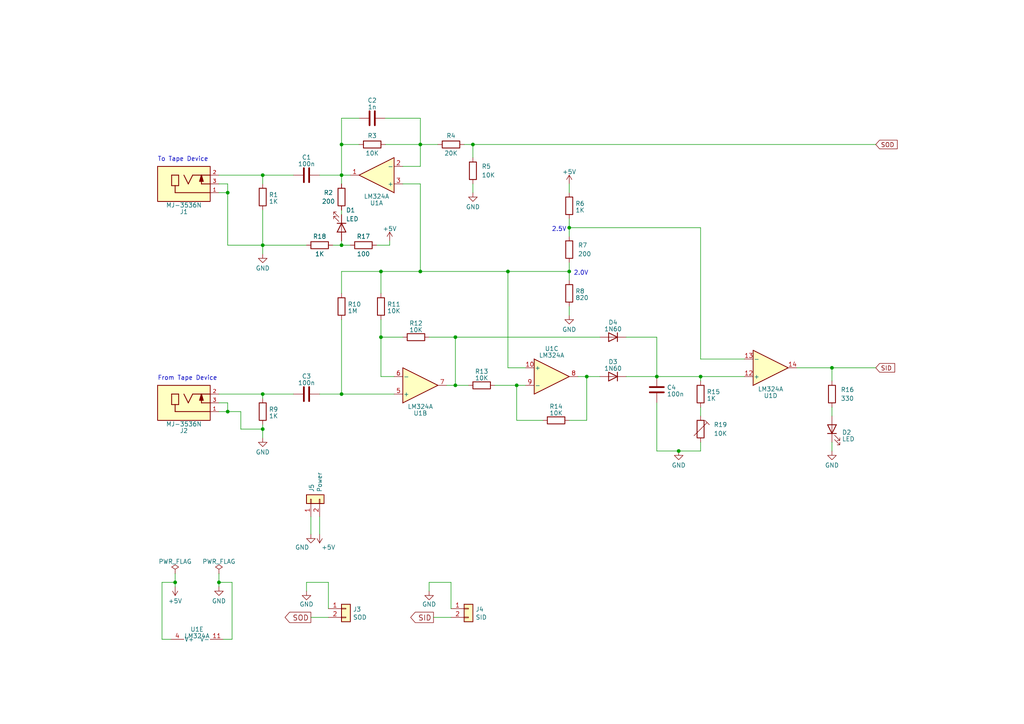
<source format=kicad_sch>
(kicad_sch (version 20230121) (generator eeschema)

  (uuid e5fb5479-5584-40c6-983c-7282c4cac7eb)

  (paper "A4")

  (title_block
    (title "SDK-85 Cassette Interface")
    (date "2023-03-29")
    (company "ForNext")
  )

  (lib_symbols
    (symbol "Amplifier_Operational:LM324A" (pin_names (offset 0.127)) (in_bom yes) (on_board yes)
      (property "Reference" "U" (at 0 5.08 0)
        (effects (font (size 1.27 1.27)) (justify left))
      )
      (property "Value" "LM324A" (at 0 -5.08 0)
        (effects (font (size 1.27 1.27)) (justify left))
      )
      (property "Footprint" "" (at -1.27 2.54 0)
        (effects (font (size 1.27 1.27)) hide)
      )
      (property "Datasheet" "http://www.ti.com/lit/ds/symlink/lm2902-n.pdf" (at 1.27 5.08 0)
        (effects (font (size 1.27 1.27)) hide)
      )
      (property "ki_locked" "" (at 0 0 0)
        (effects (font (size 1.27 1.27)))
      )
      (property "ki_keywords" "quad opamp" (at 0 0 0)
        (effects (font (size 1.27 1.27)) hide)
      )
      (property "ki_description" "Low-Power, Quad-Operational Amplifiers, DIP-14/SOIC-14/SSOP-14" (at 0 0 0)
        (effects (font (size 1.27 1.27)) hide)
      )
      (property "ki_fp_filters" "SOIC*3.9x8.7mm*P1.27mm* DIP*W7.62mm* TSSOP*4.4x5mm*P0.65mm* SSOP*5.3x6.2mm*P0.65mm* MSOP*3x3mm*P0.5mm*" (at 0 0 0)
        (effects (font (size 1.27 1.27)) hide)
      )
      (symbol "LM324A_1_1"
        (polyline
          (pts
            (xy -5.08 5.08)
            (xy 5.08 0)
            (xy -5.08 -5.08)
            (xy -5.08 5.08)
          )
          (stroke (width 0.254) (type default))
          (fill (type background))
        )
        (pin output line (at 7.62 0 180) (length 2.54)
          (name "~" (effects (font (size 1.27 1.27))))
          (number "1" (effects (font (size 1.27 1.27))))
        )
        (pin input line (at -7.62 -2.54 0) (length 2.54)
          (name "-" (effects (font (size 1.27 1.27))))
          (number "2" (effects (font (size 1.27 1.27))))
        )
        (pin input line (at -7.62 2.54 0) (length 2.54)
          (name "+" (effects (font (size 1.27 1.27))))
          (number "3" (effects (font (size 1.27 1.27))))
        )
      )
      (symbol "LM324A_2_1"
        (polyline
          (pts
            (xy -5.08 5.08)
            (xy 5.08 0)
            (xy -5.08 -5.08)
            (xy -5.08 5.08)
          )
          (stroke (width 0.254) (type default))
          (fill (type background))
        )
        (pin input line (at -7.62 2.54 0) (length 2.54)
          (name "+" (effects (font (size 1.27 1.27))))
          (number "5" (effects (font (size 1.27 1.27))))
        )
        (pin input line (at -7.62 -2.54 0) (length 2.54)
          (name "-" (effects (font (size 1.27 1.27))))
          (number "6" (effects (font (size 1.27 1.27))))
        )
        (pin output line (at 7.62 0 180) (length 2.54)
          (name "~" (effects (font (size 1.27 1.27))))
          (number "7" (effects (font (size 1.27 1.27))))
        )
      )
      (symbol "LM324A_3_1"
        (polyline
          (pts
            (xy -5.08 5.08)
            (xy 5.08 0)
            (xy -5.08 -5.08)
            (xy -5.08 5.08)
          )
          (stroke (width 0.254) (type default))
          (fill (type background))
        )
        (pin input line (at -7.62 2.54 0) (length 2.54)
          (name "+" (effects (font (size 1.27 1.27))))
          (number "10" (effects (font (size 1.27 1.27))))
        )
        (pin output line (at 7.62 0 180) (length 2.54)
          (name "~" (effects (font (size 1.27 1.27))))
          (number "8" (effects (font (size 1.27 1.27))))
        )
        (pin input line (at -7.62 -2.54 0) (length 2.54)
          (name "-" (effects (font (size 1.27 1.27))))
          (number "9" (effects (font (size 1.27 1.27))))
        )
      )
      (symbol "LM324A_4_1"
        (polyline
          (pts
            (xy -5.08 5.08)
            (xy 5.08 0)
            (xy -5.08 -5.08)
            (xy -5.08 5.08)
          )
          (stroke (width 0.254) (type default))
          (fill (type background))
        )
        (pin input line (at -7.62 2.54 0) (length 2.54)
          (name "+" (effects (font (size 1.27 1.27))))
          (number "12" (effects (font (size 1.27 1.27))))
        )
        (pin input line (at -7.62 -2.54 0) (length 2.54)
          (name "-" (effects (font (size 1.27 1.27))))
          (number "13" (effects (font (size 1.27 1.27))))
        )
        (pin output line (at 7.62 0 180) (length 2.54)
          (name "~" (effects (font (size 1.27 1.27))))
          (number "14" (effects (font (size 1.27 1.27))))
        )
      )
      (symbol "LM324A_5_1"
        (pin power_in line (at -2.54 -7.62 90) (length 3.81)
          (name "V-" (effects (font (size 1.27 1.27))))
          (number "11" (effects (font (size 1.27 1.27))))
        )
        (pin power_in line (at -2.54 7.62 270) (length 3.81)
          (name "V+" (effects (font (size 1.27 1.27))))
          (number "4" (effects (font (size 1.27 1.27))))
        )
      )
    )
    (symbol "Connector_Generic:Conn_01x02" (pin_names (offset 1.016) hide) (in_bom yes) (on_board yes)
      (property "Reference" "J" (at 0 2.54 0)
        (effects (font (size 1.27 1.27)))
      )
      (property "Value" "Conn_01x02" (at 0 -5.08 0)
        (effects (font (size 1.27 1.27)))
      )
      (property "Footprint" "" (at 0 0 0)
        (effects (font (size 1.27 1.27)) hide)
      )
      (property "Datasheet" "~" (at 0 0 0)
        (effects (font (size 1.27 1.27)) hide)
      )
      (property "ki_keywords" "connector" (at 0 0 0)
        (effects (font (size 1.27 1.27)) hide)
      )
      (property "ki_description" "Generic connector, single row, 01x02, script generated (kicad-library-utils/schlib/autogen/connector/)" (at 0 0 0)
        (effects (font (size 1.27 1.27)) hide)
      )
      (property "ki_fp_filters" "Connector*:*_1x??_*" (at 0 0 0)
        (effects (font (size 1.27 1.27)) hide)
      )
      (symbol "Conn_01x02_1_1"
        (rectangle (start -1.27 -2.413) (end 0 -2.667)
          (stroke (width 0.1524) (type default))
          (fill (type none))
        )
        (rectangle (start -1.27 0.127) (end 0 -0.127)
          (stroke (width 0.1524) (type default))
          (fill (type none))
        )
        (rectangle (start -1.27 1.27) (end 1.27 -3.81)
          (stroke (width 0.254) (type default))
          (fill (type background))
        )
        (pin passive line (at -5.08 0 0) (length 3.81)
          (name "Pin_1" (effects (font (size 1.27 1.27))))
          (number "1" (effects (font (size 1.27 1.27))))
        )
        (pin passive line (at -5.08 -2.54 0) (length 3.81)
          (name "Pin_2" (effects (font (size 1.27 1.27))))
          (number "2" (effects (font (size 1.27 1.27))))
        )
      )
    )
    (symbol "Device:C" (pin_numbers hide) (pin_names (offset 0.254)) (in_bom yes) (on_board yes)
      (property "Reference" "C" (at 0.635 2.54 0)
        (effects (font (size 1.27 1.27)) (justify left))
      )
      (property "Value" "C" (at 0.635 -2.54 0)
        (effects (font (size 1.27 1.27)) (justify left))
      )
      (property "Footprint" "" (at 0.9652 -3.81 0)
        (effects (font (size 1.27 1.27)) hide)
      )
      (property "Datasheet" "~" (at 0 0 0)
        (effects (font (size 1.27 1.27)) hide)
      )
      (property "ki_keywords" "cap capacitor" (at 0 0 0)
        (effects (font (size 1.27 1.27)) hide)
      )
      (property "ki_description" "Unpolarized capacitor" (at 0 0 0)
        (effects (font (size 1.27 1.27)) hide)
      )
      (property "ki_fp_filters" "C_*" (at 0 0 0)
        (effects (font (size 1.27 1.27)) hide)
      )
      (symbol "C_0_1"
        (polyline
          (pts
            (xy -2.032 -0.762)
            (xy 2.032 -0.762)
          )
          (stroke (width 0.508) (type default))
          (fill (type none))
        )
        (polyline
          (pts
            (xy -2.032 0.762)
            (xy 2.032 0.762)
          )
          (stroke (width 0.508) (type default))
          (fill (type none))
        )
      )
      (symbol "C_1_1"
        (pin passive line (at 0 3.81 270) (length 2.794)
          (name "~" (effects (font (size 1.27 1.27))))
          (number "1" (effects (font (size 1.27 1.27))))
        )
        (pin passive line (at 0 -3.81 90) (length 2.794)
          (name "~" (effects (font (size 1.27 1.27))))
          (number "2" (effects (font (size 1.27 1.27))))
        )
      )
    )
    (symbol "Device:D" (pin_numbers hide) (pin_names (offset 1.016) hide) (in_bom yes) (on_board yes)
      (property "Reference" "D" (at 0 2.54 0)
        (effects (font (size 1.27 1.27)))
      )
      (property "Value" "D" (at 0 -2.54 0)
        (effects (font (size 1.27 1.27)))
      )
      (property "Footprint" "" (at 0 0 0)
        (effects (font (size 1.27 1.27)) hide)
      )
      (property "Datasheet" "~" (at 0 0 0)
        (effects (font (size 1.27 1.27)) hide)
      )
      (property "Sim.Device" "D" (at 0 0 0)
        (effects (font (size 1.27 1.27)) hide)
      )
      (property "Sim.Pins" "1=K 2=A" (at 0 0 0)
        (effects (font (size 1.27 1.27)) hide)
      )
      (property "ki_keywords" "diode" (at 0 0 0)
        (effects (font (size 1.27 1.27)) hide)
      )
      (property "ki_description" "Diode" (at 0 0 0)
        (effects (font (size 1.27 1.27)) hide)
      )
      (property "ki_fp_filters" "TO-???* *_Diode_* *SingleDiode* D_*" (at 0 0 0)
        (effects (font (size 1.27 1.27)) hide)
      )
      (symbol "D_0_1"
        (polyline
          (pts
            (xy -1.27 1.27)
            (xy -1.27 -1.27)
          )
          (stroke (width 0.254) (type default))
          (fill (type none))
        )
        (polyline
          (pts
            (xy 1.27 0)
            (xy -1.27 0)
          )
          (stroke (width 0) (type default))
          (fill (type none))
        )
        (polyline
          (pts
            (xy 1.27 1.27)
            (xy 1.27 -1.27)
            (xy -1.27 0)
            (xy 1.27 1.27)
          )
          (stroke (width 0.254) (type default))
          (fill (type none))
        )
      )
      (symbol "D_1_1"
        (pin passive line (at -3.81 0 0) (length 2.54)
          (name "K" (effects (font (size 1.27 1.27))))
          (number "1" (effects (font (size 1.27 1.27))))
        )
        (pin passive line (at 3.81 0 180) (length 2.54)
          (name "A" (effects (font (size 1.27 1.27))))
          (number "2" (effects (font (size 1.27 1.27))))
        )
      )
    )
    (symbol "Device:LED" (pin_numbers hide) (pin_names (offset 1.016) hide) (in_bom yes) (on_board yes)
      (property "Reference" "D" (at 0 2.54 0)
        (effects (font (size 1.27 1.27)))
      )
      (property "Value" "LED" (at 0 -2.54 0)
        (effects (font (size 1.27 1.27)))
      )
      (property "Footprint" "" (at 0 0 0)
        (effects (font (size 1.27 1.27)) hide)
      )
      (property "Datasheet" "~" (at 0 0 0)
        (effects (font (size 1.27 1.27)) hide)
      )
      (property "ki_keywords" "LED diode" (at 0 0 0)
        (effects (font (size 1.27 1.27)) hide)
      )
      (property "ki_description" "Light emitting diode" (at 0 0 0)
        (effects (font (size 1.27 1.27)) hide)
      )
      (property "ki_fp_filters" "LED* LED_SMD:* LED_THT:*" (at 0 0 0)
        (effects (font (size 1.27 1.27)) hide)
      )
      (symbol "LED_0_1"
        (polyline
          (pts
            (xy -1.27 -1.27)
            (xy -1.27 1.27)
          )
          (stroke (width 0.254) (type default))
          (fill (type none))
        )
        (polyline
          (pts
            (xy -1.27 0)
            (xy 1.27 0)
          )
          (stroke (width 0) (type default))
          (fill (type none))
        )
        (polyline
          (pts
            (xy 1.27 -1.27)
            (xy 1.27 1.27)
            (xy -1.27 0)
            (xy 1.27 -1.27)
          )
          (stroke (width 0.254) (type default))
          (fill (type none))
        )
        (polyline
          (pts
            (xy -3.048 -0.762)
            (xy -4.572 -2.286)
            (xy -3.81 -2.286)
            (xy -4.572 -2.286)
            (xy -4.572 -1.524)
          )
          (stroke (width 0) (type default))
          (fill (type none))
        )
        (polyline
          (pts
            (xy -1.778 -0.762)
            (xy -3.302 -2.286)
            (xy -2.54 -2.286)
            (xy -3.302 -2.286)
            (xy -3.302 -1.524)
          )
          (stroke (width 0) (type default))
          (fill (type none))
        )
      )
      (symbol "LED_1_1"
        (pin passive line (at -3.81 0 0) (length 2.54)
          (name "K" (effects (font (size 1.27 1.27))))
          (number "1" (effects (font (size 1.27 1.27))))
        )
        (pin passive line (at 3.81 0 180) (length 2.54)
          (name "A" (effects (font (size 1.27 1.27))))
          (number "2" (effects (font (size 1.27 1.27))))
        )
      )
    )
    (symbol "Device:R" (pin_numbers hide) (pin_names (offset 0)) (in_bom yes) (on_board yes)
      (property "Reference" "R" (at 2.032 0 90)
        (effects (font (size 1.27 1.27)))
      )
      (property "Value" "R" (at 0 0 90)
        (effects (font (size 1.27 1.27)))
      )
      (property "Footprint" "" (at -1.778 0 90)
        (effects (font (size 1.27 1.27)) hide)
      )
      (property "Datasheet" "~" (at 0 0 0)
        (effects (font (size 1.27 1.27)) hide)
      )
      (property "ki_keywords" "R res resistor" (at 0 0 0)
        (effects (font (size 1.27 1.27)) hide)
      )
      (property "ki_description" "Resistor" (at 0 0 0)
        (effects (font (size 1.27 1.27)) hide)
      )
      (property "ki_fp_filters" "R_*" (at 0 0 0)
        (effects (font (size 1.27 1.27)) hide)
      )
      (symbol "R_0_1"
        (rectangle (start -1.016 -2.54) (end 1.016 2.54)
          (stroke (width 0.254) (type default))
          (fill (type none))
        )
      )
      (symbol "R_1_1"
        (pin passive line (at 0 3.81 270) (length 1.27)
          (name "~" (effects (font (size 1.27 1.27))))
          (number "1" (effects (font (size 1.27 1.27))))
        )
        (pin passive line (at 0 -3.81 90) (length 1.27)
          (name "~" (effects (font (size 1.27 1.27))))
          (number "2" (effects (font (size 1.27 1.27))))
        )
      )
    )
    (symbol "Device:R_Trim" (pin_numbers hide) (pin_names (offset 0)) (in_bom yes) (on_board yes)
      (property "Reference" "R" (at 2.54 -2.54 90)
        (effects (font (size 1.27 1.27)) (justify left))
      )
      (property "Value" "R_Trim" (at -2.54 -0.635 90)
        (effects (font (size 1.27 1.27)) (justify left))
      )
      (property "Footprint" "" (at -1.778 0 90)
        (effects (font (size 1.27 1.27)) hide)
      )
      (property "Datasheet" "~" (at 0 0 0)
        (effects (font (size 1.27 1.27)) hide)
      )
      (property "ki_keywords" "R res resistor variable potentiometer trimmer" (at 0 0 0)
        (effects (font (size 1.27 1.27)) hide)
      )
      (property "ki_description" "Trimmable resistor (preset resistor)" (at 0 0 0)
        (effects (font (size 1.27 1.27)) hide)
      )
      (property "ki_fp_filters" "R_*" (at 0 0 0)
        (effects (font (size 1.27 1.27)) hide)
      )
      (symbol "R_Trim_0_1"
        (rectangle (start -1.016 -2.54) (end 1.016 2.54)
          (stroke (width 0.254) (type default))
          (fill (type none))
        )
        (polyline
          (pts
            (xy -1.905 -1.905)
            (xy 1.905 1.905)
            (xy 2.54 1.27)
            (xy 1.27 2.54)
          )
          (stroke (width 0) (type default))
          (fill (type none))
        )
      )
      (symbol "R_Trim_1_1"
        (pin passive line (at 0 3.81 270) (length 1.27)
          (name "~" (effects (font (size 1.27 1.27))))
          (number "1" (effects (font (size 1.27 1.27))))
        )
        (pin passive line (at 0 -3.81 90) (length 1.27)
          (name "~" (effects (font (size 1.27 1.27))))
          (number "2" (effects (font (size 1.27 1.27))))
        )
      )
    )
    (symbol "MJ-3536N:MJ-3536N" (pin_names (offset 1.016)) (in_bom yes) (on_board yes)
      (property "Reference" "J" (at -7.6277 5.8479 0)
        (effects (font (size 1.27 1.27)) (justify left bottom))
      )
      (property "Value" "MJ-3536N" (at -7.627 -7.627 0)
        (effects (font (size 1.27 1.27)) (justify left bottom))
      )
      (property "Footprint" "CUI_MJ-3536N" (at 0 0 0)
        (effects (font (size 1.27 1.27)) (justify bottom) hide)
      )
      (property "Datasheet" "" (at 0 0 0)
        (effects (font (size 1.27 1.27)) hide)
      )
      (property "MANUFACTURER" "CUI INC" (at 0 0 0)
        (effects (font (size 1.27 1.27)) (justify bottom) hide)
      )
      (property "PART_REV" "B" (at 0 0 0)
        (effects (font (size 1.27 1.27)) (justify bottom) hide)
      )
      (property "STANDARD" "MANUFACTURER RECOMMENDATIONS" (at 0 0 0)
        (effects (font (size 1.27 1.27)) (justify bottom) hide)
      )
      (symbol "MJ-3536N_0_0"
        (rectangle (start -7.62 -5.08) (end 7.62 5.08)
          (stroke (width 0.254) (type default))
          (fill (type background))
        )
        (polyline
          (pts
            (xy -3.556 -2.54)
            (xy -1.524 -2.54)
          )
          (stroke (width 0.254) (type default))
          (fill (type none))
        )
        (polyline
          (pts
            (xy -3.556 0.508)
            (xy -3.556 -2.54)
          )
          (stroke (width 0.254) (type default))
          (fill (type none))
        )
        (polyline
          (pts
            (xy -2.54 0.508)
            (xy -3.556 0.508)
          )
          (stroke (width 0.254) (type default))
          (fill (type none))
        )
        (polyline
          (pts
            (xy -2.54 0.508)
            (xy -2.54 2.54)
          )
          (stroke (width 0.254) (type default))
          (fill (type none))
        )
        (polyline
          (pts
            (xy -2.54 2.54)
            (xy 7.62 2.54)
          )
          (stroke (width 0.254) (type default))
          (fill (type none))
        )
        (polyline
          (pts
            (xy -1.524 -2.54)
            (xy -1.524 0.508)
          )
          (stroke (width 0.254) (type default))
          (fill (type none))
        )
        (polyline
          (pts
            (xy -1.524 0.508)
            (xy -2.54 0.508)
          )
          (stroke (width 0.254) (type default))
          (fill (type none))
        )
        (polyline
          (pts
            (xy 0 -2.54)
            (xy 1.27 0)
          )
          (stroke (width 0.254) (type default))
          (fill (type none))
        )
        (polyline
          (pts
            (xy 1.27 0)
            (xy 2.54 -2.54)
          )
          (stroke (width 0.254) (type default))
          (fill (type none))
        )
        (polyline
          (pts
            (xy 2.54 -2.54)
            (xy 5.08 -2.54)
          )
          (stroke (width 0.254) (type default))
          (fill (type none))
        )
        (polyline
          (pts
            (xy 4.572 -0.762)
            (xy 5.08 -2.54)
          )
          (stroke (width 0.254) (type default))
          (fill (type none))
        )
        (polyline
          (pts
            (xy 5.08 -2.54)
            (xy 5.588 -0.762)
          )
          (stroke (width 0.254) (type default))
          (fill (type none))
        )
        (polyline
          (pts
            (xy 5.08 -2.54)
            (xy 7.62 -2.54)
          )
          (stroke (width 0.254) (type default))
          (fill (type none))
        )
        (polyline
          (pts
            (xy 5.08 -0.762)
            (xy 4.572 -0.762)
          )
          (stroke (width 0.254) (type default))
          (fill (type none))
        )
        (polyline
          (pts
            (xy 5.08 0)
            (xy 5.08 -0.762)
          )
          (stroke (width 0.254) (type default))
          (fill (type none))
        )
        (polyline
          (pts
            (xy 5.588 -0.762)
            (xy 5.08 -0.762)
          )
          (stroke (width 0.254) (type default))
          (fill (type none))
        )
        (polyline
          (pts
            (xy 7.62 0)
            (xy 5.08 0)
          )
          (stroke (width 0.254) (type default))
          (fill (type none))
        )
        (polyline
          (pts
            (xy 5.588 -0.762)
            (xy 4.572 -0.762)
            (xy 5.08 -2.54)
            (xy 5.588 -0.762)
          )
          (stroke (width 0.254) (type default))
          (fill (type outline))
        )
        (pin passive line (at 10.16 2.54 180) (length 2.54)
          (name "~" (effects (font (size 1.016 1.016))))
          (number "1" (effects (font (size 1.016 1.016))))
        )
        (pin passive line (at 10.16 -2.54 180) (length 2.54)
          (name "~" (effects (font (size 1.016 1.016))))
          (number "2" (effects (font (size 1.016 1.016))))
        )
        (pin passive line (at 10.16 0 180) (length 2.54)
          (name "~" (effects (font (size 1.016 1.016))))
          (number "3" (effects (font (size 1.016 1.016))))
        )
      )
    )
    (symbol "power:+5V" (power) (pin_names (offset 0)) (in_bom yes) (on_board yes)
      (property "Reference" "#PWR" (at 0 -3.81 0)
        (effects (font (size 1.27 1.27)) hide)
      )
      (property "Value" "+5V" (at 0 3.556 0)
        (effects (font (size 1.27 1.27)))
      )
      (property "Footprint" "" (at 0 0 0)
        (effects (font (size 1.27 1.27)) hide)
      )
      (property "Datasheet" "" (at 0 0 0)
        (effects (font (size 1.27 1.27)) hide)
      )
      (property "ki_keywords" "global power" (at 0 0 0)
        (effects (font (size 1.27 1.27)) hide)
      )
      (property "ki_description" "Power symbol creates a global label with name \"+5V\"" (at 0 0 0)
        (effects (font (size 1.27 1.27)) hide)
      )
      (symbol "+5V_0_1"
        (polyline
          (pts
            (xy -0.762 1.27)
            (xy 0 2.54)
          )
          (stroke (width 0) (type default))
          (fill (type none))
        )
        (polyline
          (pts
            (xy 0 0)
            (xy 0 2.54)
          )
          (stroke (width 0) (type default))
          (fill (type none))
        )
        (polyline
          (pts
            (xy 0 2.54)
            (xy 0.762 1.27)
          )
          (stroke (width 0) (type default))
          (fill (type none))
        )
      )
      (symbol "+5V_1_1"
        (pin power_in line (at 0 0 90) (length 0) hide
          (name "+5V" (effects (font (size 1.27 1.27))))
          (number "1" (effects (font (size 1.27 1.27))))
        )
      )
    )
    (symbol "power:GND" (power) (pin_names (offset 0)) (in_bom yes) (on_board yes)
      (property "Reference" "#PWR" (at 0 -6.35 0)
        (effects (font (size 1.27 1.27)) hide)
      )
      (property "Value" "GND" (at 0 -3.81 0)
        (effects (font (size 1.27 1.27)))
      )
      (property "Footprint" "" (at 0 0 0)
        (effects (font (size 1.27 1.27)) hide)
      )
      (property "Datasheet" "" (at 0 0 0)
        (effects (font (size 1.27 1.27)) hide)
      )
      (property "ki_keywords" "global power" (at 0 0 0)
        (effects (font (size 1.27 1.27)) hide)
      )
      (property "ki_description" "Power symbol creates a global label with name \"GND\" , ground" (at 0 0 0)
        (effects (font (size 1.27 1.27)) hide)
      )
      (symbol "GND_0_1"
        (polyline
          (pts
            (xy 0 0)
            (xy 0 -1.27)
            (xy 1.27 -1.27)
            (xy 0 -2.54)
            (xy -1.27 -1.27)
            (xy 0 -1.27)
          )
          (stroke (width 0) (type default))
          (fill (type none))
        )
      )
      (symbol "GND_1_1"
        (pin power_in line (at 0 0 270) (length 0) hide
          (name "GND" (effects (font (size 1.27 1.27))))
          (number "1" (effects (font (size 1.27 1.27))))
        )
      )
    )
    (symbol "power:PWR_FLAG" (power) (pin_numbers hide) (pin_names (offset 0) hide) (in_bom yes) (on_board yes)
      (property "Reference" "#FLG" (at 0 1.905 0)
        (effects (font (size 1.27 1.27)) hide)
      )
      (property "Value" "PWR_FLAG" (at 0 3.81 0)
        (effects (font (size 1.27 1.27)))
      )
      (property "Footprint" "" (at 0 0 0)
        (effects (font (size 1.27 1.27)) hide)
      )
      (property "Datasheet" "~" (at 0 0 0)
        (effects (font (size 1.27 1.27)) hide)
      )
      (property "ki_keywords" "flag power" (at 0 0 0)
        (effects (font (size 1.27 1.27)) hide)
      )
      (property "ki_description" "Special symbol for telling ERC where power comes from" (at 0 0 0)
        (effects (font (size 1.27 1.27)) hide)
      )
      (symbol "PWR_FLAG_0_0"
        (pin power_out line (at 0 0 90) (length 0)
          (name "pwr" (effects (font (size 1.27 1.27))))
          (number "1" (effects (font (size 1.27 1.27))))
        )
      )
      (symbol "PWR_FLAG_0_1"
        (polyline
          (pts
            (xy 0 0)
            (xy 0 1.27)
            (xy -1.016 1.905)
            (xy 0 2.54)
            (xy 1.016 1.905)
            (xy 0 1.27)
          )
          (stroke (width 0) (type default))
          (fill (type none))
        )
      )
    )
  )

  (junction (at 50.8 168.91) (diameter 0) (color 0 0 0 0)
    (uuid 00641734-5db3-4381-bd81-31bb9c1092af)
  )
  (junction (at 137.16 41.91) (diameter 0) (color 0 0 0 0)
    (uuid 0412755e-460c-4dfc-b8a0-160bf7eb0dbc)
  )
  (junction (at 165.1 78.74) (diameter 0) (color 0 0 0 0)
    (uuid 09862e82-62df-4346-b402-c1f2a173073c)
  )
  (junction (at 99.06 50.8) (diameter 0) (color 0 0 0 0)
    (uuid 0bfb5eb1-60cd-4086-b249-b333d80088b4)
  )
  (junction (at 110.49 78.74) (diameter 0) (color 0 0 0 0)
    (uuid 15caaa87-fcc3-4c4c-8066-ed39fea775d3)
  )
  (junction (at 121.92 41.91) (diameter 0) (color 0 0 0 0)
    (uuid 1be35d6c-f87e-44cd-9e12-0d95c9f033ee)
  )
  (junction (at 99.06 41.91) (diameter 0) (color 0 0 0 0)
    (uuid 28caeaf4-1385-4f05-b6ae-8f4614c242a9)
  )
  (junction (at 149.86 111.76) (diameter 0) (color 0 0 0 0)
    (uuid 2eb9fb73-b75c-4a05-af7e-e3076a848df7)
  )
  (junction (at 66.04 119.38) (diameter 0) (color 0 0 0 0)
    (uuid 42f47809-8de0-4552-ac26-36d61062eca3)
  )
  (junction (at 76.2 50.8) (diameter 0) (color 0 0 0 0)
    (uuid 4fb41e73-f03c-40db-9e07-ec309e9d4c43)
  )
  (junction (at 99.06 71.12) (diameter 0) (color 0 0 0 0)
    (uuid 500dcb45-8957-45ff-aeb1-f0815f758c1d)
  )
  (junction (at 110.49 97.79) (diameter 0) (color 0 0 0 0)
    (uuid 634ceeb6-f30c-4b33-a2da-321834241a25)
  )
  (junction (at 196.85 130.81) (diameter 0) (color 0 0 0 0)
    (uuid 653a8f3d-e933-4654-9f2a-60e441590f94)
  )
  (junction (at 132.08 111.76) (diameter 0) (color 0 0 0 0)
    (uuid 743fda37-11ee-410a-9278-0b286d6297d8)
  )
  (junction (at 63.5 168.91) (diameter 0) (color 0 0 0 0)
    (uuid 7d322f53-408e-4a1d-90b8-a5f27b9acb73)
  )
  (junction (at 203.2 109.22) (diameter 0) (color 0 0 0 0)
    (uuid 8d025446-b6b5-4872-923c-578bad948134)
  )
  (junction (at 190.5 109.22) (diameter 0) (color 0 0 0 0)
    (uuid 9d51e500-5e91-4ca0-bb4f-25fd9107a573)
  )
  (junction (at 121.92 78.74) (diameter 0) (color 0 0 0 0)
    (uuid a3f408a2-4095-413e-be7d-b0f4d58e5849)
  )
  (junction (at 66.04 55.88) (diameter 0) (color 0 0 0 0)
    (uuid ae23bfe3-862a-4565-b7df-e2b535d3b86c)
  )
  (junction (at 76.2 71.12) (diameter 0) (color 0 0 0 0)
    (uuid ae35e964-7b1a-45f5-a565-59f3b3ce51e5)
  )
  (junction (at 76.2 114.3) (diameter 0) (color 0 0 0 0)
    (uuid b019e8d3-d319-49be-a9a2-384b9ae25f46)
  )
  (junction (at 147.32 78.74) (diameter 0) (color 0 0 0 0)
    (uuid be8681b2-2f67-4dab-9f74-88919a89a7fd)
  )
  (junction (at 132.08 97.79) (diameter 0) (color 0 0 0 0)
    (uuid c228aebe-31a1-441b-bc37-19e8dd95f9ea)
  )
  (junction (at 76.2 124.46) (diameter 0) (color 0 0 0 0)
    (uuid c88110cb-6d0b-4296-b27a-f31991adc4d1)
  )
  (junction (at 165.1 66.04) (diameter 0) (color 0 0 0 0)
    (uuid d12f54b2-68c7-4baf-9b71-49d807360756)
  )
  (junction (at 170.18 109.22) (diameter 0) (color 0 0 0 0)
    (uuid d3f9c659-e1d0-48af-be18-21c62bf8beb7)
  )
  (junction (at 241.3 106.68) (diameter 0) (color 0 0 0 0)
    (uuid f1a76861-0c72-4197-9dbb-2d9fc2468b4b)
  )
  (junction (at 99.06 114.3) (diameter 0) (color 0 0 0 0)
    (uuid f3edaaf1-6504-43d5-8b12-e1936b68a931)
  )

  (wire (pts (xy 167.64 109.22) (xy 170.18 109.22))
    (stroke (width 0) (type default))
    (uuid 04051dfb-cb8a-47ca-a3fc-f0866edc956f)
  )
  (wire (pts (xy 190.5 116.84) (xy 190.5 130.81))
    (stroke (width 0) (type default))
    (uuid 044e386a-9f46-48aa-90cd-191c89761dc6)
  )
  (wire (pts (xy 110.49 92.71) (xy 110.49 97.79))
    (stroke (width 0) (type default))
    (uuid 084986f1-54b5-4cba-939e-663097b23208)
  )
  (wire (pts (xy 76.2 71.12) (xy 76.2 73.66))
    (stroke (width 0) (type default))
    (uuid 09c46820-8e63-44ce-860a-815ae4d842ff)
  )
  (wire (pts (xy 50.8 166.37) (xy 50.8 168.91))
    (stroke (width 0) (type default))
    (uuid 0cf3e9fc-449b-4f27-8bdb-4f3e01f29547)
  )
  (wire (pts (xy 67.31 168.91) (xy 63.5 168.91))
    (stroke (width 0) (type default))
    (uuid 11cf1f52-2be2-4bee-bc99-d9401ac4befa)
  )
  (wire (pts (xy 99.06 60.96) (xy 99.06 62.23))
    (stroke (width 0) (type default))
    (uuid 139f04fa-e24b-49a3-b232-4eca95433cae)
  )
  (wire (pts (xy 132.08 97.79) (xy 132.08 111.76))
    (stroke (width 0) (type default))
    (uuid 164aa9b6-3709-48f4-b234-5bbc71b2d82a)
  )
  (wire (pts (xy 165.1 88.9) (xy 165.1 91.44))
    (stroke (width 0) (type default))
    (uuid 19fcf228-83a4-458f-bc88-aeea0895f7e6)
  )
  (wire (pts (xy 203.2 118.11) (xy 203.2 120.65))
    (stroke (width 0) (type default))
    (uuid 1dec3aa6-4ad3-4dba-a625-52605cdc30d9)
  )
  (wire (pts (xy 165.1 66.04) (xy 165.1 68.58))
    (stroke (width 0) (type default))
    (uuid 1f1307fe-42fd-413a-a591-b81b3bca8455)
  )
  (wire (pts (xy 165.1 63.5) (xy 165.1 66.04))
    (stroke (width 0) (type default))
    (uuid 1f9a01dc-1977-4d9a-ad2d-937210972ac8)
  )
  (wire (pts (xy 165.1 66.04) (xy 203.2 66.04))
    (stroke (width 0) (type default))
    (uuid 2228d46e-9a94-42c0-8991-299e793bf73a)
  )
  (wire (pts (xy 165.1 121.92) (xy 170.18 121.92))
    (stroke (width 0) (type default))
    (uuid 26c1e986-2ac4-4a3d-935c-6b123adafb2d)
  )
  (wire (pts (xy 66.04 55.88) (xy 66.04 71.12))
    (stroke (width 0) (type default))
    (uuid 2ad3ee7f-c18e-4202-833d-e1313b4ed9c9)
  )
  (wire (pts (xy 241.3 118.11) (xy 241.3 120.65))
    (stroke (width 0) (type default))
    (uuid 2b5d310d-562c-4fe6-be88-e63b26fbff35)
  )
  (wire (pts (xy 165.1 76.2) (xy 165.1 78.74))
    (stroke (width 0) (type default))
    (uuid 2bdb6547-87ef-4908-b9cd-564669252293)
  )
  (wire (pts (xy 99.06 78.74) (xy 99.06 85.09))
    (stroke (width 0) (type default))
    (uuid 2c541f32-7cfb-4634-b02b-e0813c5cbbbc)
  )
  (wire (pts (xy 124.46 168.91) (xy 124.46 171.45))
    (stroke (width 0) (type default))
    (uuid 2ccf999a-77af-4e57-b9f6-33323011f819)
  )
  (wire (pts (xy 125.73 179.07) (xy 130.81 179.07))
    (stroke (width 0) (type default))
    (uuid 2e294c67-e4b0-4deb-9349-d8d50edd7d3c)
  )
  (wire (pts (xy 111.76 41.91) (xy 121.92 41.91))
    (stroke (width 0) (type default))
    (uuid 31fcfbf6-a8c6-4f1b-8913-0e26c08f8c92)
  )
  (wire (pts (xy 99.06 41.91) (xy 99.06 34.29))
    (stroke (width 0) (type default))
    (uuid 352efffc-b330-4eb8-8c25-e7d81e9f1b0d)
  )
  (wire (pts (xy 170.18 121.92) (xy 170.18 109.22))
    (stroke (width 0) (type default))
    (uuid 362baa85-685d-4321-b0f7-32c44af09a7d)
  )
  (wire (pts (xy 46.99 168.91) (xy 50.8 168.91))
    (stroke (width 0) (type default))
    (uuid 42d99a6e-7658-42e9-aa46-3ed576689eaa)
  )
  (wire (pts (xy 241.3 128.27) (xy 241.3 130.81))
    (stroke (width 0) (type default))
    (uuid 42fdf359-2eea-42f5-b96b-16e747e3da78)
  )
  (wire (pts (xy 63.5 166.37) (xy 63.5 168.91))
    (stroke (width 0) (type default))
    (uuid 45d5c432-a669-429b-a09a-bcf4c7ce2f4d)
  )
  (wire (pts (xy 92.71 114.3) (xy 99.06 114.3))
    (stroke (width 0) (type default))
    (uuid 496927ea-ffd7-4c15-bdcf-507820405f37)
  )
  (wire (pts (xy 109.22 71.12) (xy 113.03 71.12))
    (stroke (width 0) (type default))
    (uuid 49abfd7e-04f4-4dbf-8afe-556f2a8d0aaa)
  )
  (wire (pts (xy 99.06 34.29) (xy 104.14 34.29))
    (stroke (width 0) (type default))
    (uuid 4ddd6585-4b2e-4a5b-9b0a-73884331bcee)
  )
  (wire (pts (xy 113.03 71.12) (xy 113.03 69.85))
    (stroke (width 0) (type default))
    (uuid 534718f9-3f85-47d0-87b5-7dc9a8a26395)
  )
  (wire (pts (xy 76.2 123.19) (xy 76.2 124.46))
    (stroke (width 0) (type default))
    (uuid 53b65ebf-ff68-4d56-af7c-cd6dddaa9740)
  )
  (wire (pts (xy 110.49 109.22) (xy 114.3 109.22))
    (stroke (width 0) (type default))
    (uuid 541d326a-3bfa-4a60-adf8-11fc6e8de91e)
  )
  (wire (pts (xy 203.2 110.49) (xy 203.2 109.22))
    (stroke (width 0) (type default))
    (uuid 5549364d-811e-46d2-b992-123febb7beec)
  )
  (wire (pts (xy 231.14 106.68) (xy 241.3 106.68))
    (stroke (width 0) (type default))
    (uuid 5635d4cd-3677-4b01-ac65-8b944ece7a64)
  )
  (wire (pts (xy 143.51 111.76) (xy 149.86 111.76))
    (stroke (width 0) (type default))
    (uuid 5685968c-586f-4640-893c-815634aee95e)
  )
  (wire (pts (xy 63.5 50.8) (xy 76.2 50.8))
    (stroke (width 0) (type default))
    (uuid 58c64ca7-0a39-40ce-a725-a6bf26fdecad)
  )
  (wire (pts (xy 241.3 106.68) (xy 241.3 110.49))
    (stroke (width 0) (type default))
    (uuid 5d66b84b-800c-45f1-97f3-54a130add498)
  )
  (wire (pts (xy 132.08 97.79) (xy 173.99 97.79))
    (stroke (width 0) (type default))
    (uuid 5ea1af29-78a4-4d39-806f-1440d7588643)
  )
  (wire (pts (xy 110.49 78.74) (xy 110.49 85.09))
    (stroke (width 0) (type default))
    (uuid 607f6da7-276c-469f-b335-033080dfb528)
  )
  (wire (pts (xy 196.85 130.81) (xy 203.2 130.81))
    (stroke (width 0) (type default))
    (uuid 62002af5-e3c5-4e1b-9da6-1051d351c95c)
  )
  (wire (pts (xy 66.04 116.84) (xy 66.04 119.38))
    (stroke (width 0) (type default))
    (uuid 63647390-744f-4092-8e70-d12b42b324fb)
  )
  (wire (pts (xy 215.9 104.14) (xy 203.2 104.14))
    (stroke (width 0) (type default))
    (uuid 69e28d35-69ed-429e-9957-05b5319e21fc)
  )
  (wire (pts (xy 121.92 34.29) (xy 121.92 41.91))
    (stroke (width 0) (type default))
    (uuid 6a61dcc6-41e6-40c4-a572-8519ed2f4687)
  )
  (wire (pts (xy 69.85 119.38) (xy 69.85 124.46))
    (stroke (width 0) (type default))
    (uuid 702319e1-3882-41ab-91c1-07d44b9fa01c)
  )
  (wire (pts (xy 149.86 121.92) (xy 149.86 111.76))
    (stroke (width 0) (type default))
    (uuid 744b887d-968e-4caf-9a30-73adc54ea7b7)
  )
  (wire (pts (xy 203.2 109.22) (xy 215.9 109.22))
    (stroke (width 0) (type default))
    (uuid 757d3f1c-af18-460b-baa7-389e14ec10f9)
  )
  (wire (pts (xy 96.52 71.12) (xy 99.06 71.12))
    (stroke (width 0) (type default))
    (uuid 76164c96-b4d8-4e88-996b-77baa0ad6092)
  )
  (wire (pts (xy 121.92 53.34) (xy 121.92 78.74))
    (stroke (width 0) (type default))
    (uuid 76856acb-d882-4bec-a05c-98975140de9a)
  )
  (wire (pts (xy 134.62 41.91) (xy 137.16 41.91))
    (stroke (width 0) (type default))
    (uuid 78e1096e-3c69-4283-8cc8-55fd39323104)
  )
  (wire (pts (xy 181.61 109.22) (xy 190.5 109.22))
    (stroke (width 0) (type default))
    (uuid 7aacf371-7ab7-4091-9da4-5e738c3e5da2)
  )
  (wire (pts (xy 46.99 185.42) (xy 46.99 168.91))
    (stroke (width 0) (type default))
    (uuid 7aee3c7b-b609-46f0-b080-39e755fb47f3)
  )
  (wire (pts (xy 203.2 130.81) (xy 203.2 128.27))
    (stroke (width 0) (type default))
    (uuid 7dce9f9e-d794-44b7-9e46-ea2c50f4b1c4)
  )
  (wire (pts (xy 170.18 109.22) (xy 173.99 109.22))
    (stroke (width 0) (type default))
    (uuid 7e56dd53-315d-49c9-a75c-1c15ba8d2293)
  )
  (wire (pts (xy 95.25 168.91) (xy 88.9 168.91))
    (stroke (width 0) (type default))
    (uuid 7ea25c1c-0e2d-4bbf-aa84-17fe90474508)
  )
  (wire (pts (xy 88.9 168.91) (xy 88.9 171.45))
    (stroke (width 0) (type default))
    (uuid 8081a286-2467-45b2-95a4-a41c9f2c4e68)
  )
  (wire (pts (xy 121.92 41.91) (xy 127 41.91))
    (stroke (width 0) (type default))
    (uuid 81364bc5-25fa-4e97-9f45-78c6cff2118a)
  )
  (wire (pts (xy 157.48 121.92) (xy 149.86 121.92))
    (stroke (width 0) (type default))
    (uuid 845d94cc-4d52-4d81-aa29-9829cead7f12)
  )
  (wire (pts (xy 116.84 48.26) (xy 121.92 48.26))
    (stroke (width 0) (type default))
    (uuid 86050544-9cb3-4a0c-9f88-68c2a66c9a96)
  )
  (wire (pts (xy 64.77 185.42) (xy 67.31 185.42))
    (stroke (width 0) (type default))
    (uuid 86e33278-3d2c-40e6-9571-79cec8861395)
  )
  (wire (pts (xy 76.2 53.34) (xy 76.2 50.8))
    (stroke (width 0) (type default))
    (uuid 88336d52-dab9-4e3c-9f45-7428742543db)
  )
  (wire (pts (xy 92.71 50.8) (xy 99.06 50.8))
    (stroke (width 0) (type default))
    (uuid 8b158f7c-f5e2-47cc-bc9e-b460cdb391a3)
  )
  (wire (pts (xy 76.2 60.96) (xy 76.2 71.12))
    (stroke (width 0) (type default))
    (uuid 8d32eaac-bac3-4494-a37e-af1ae0010dfa)
  )
  (wire (pts (xy 99.06 50.8) (xy 99.06 41.91))
    (stroke (width 0) (type default))
    (uuid 9100f9bb-e824-443b-96df-63d790f3dbb1)
  )
  (wire (pts (xy 110.49 97.79) (xy 110.49 109.22))
    (stroke (width 0) (type default))
    (uuid 916e7774-e304-428d-b81d-6f138ea8dac2)
  )
  (wire (pts (xy 121.92 41.91) (xy 121.92 48.26))
    (stroke (width 0) (type default))
    (uuid 93cb2b58-f52d-4e37-8909-1cc94c13d760)
  )
  (wire (pts (xy 241.3 106.68) (xy 254 106.68))
    (stroke (width 0) (type default))
    (uuid 956436cc-e2ca-4017-9c19-0b20f9b02dd3)
  )
  (wire (pts (xy 149.86 111.76) (xy 152.4 111.76))
    (stroke (width 0) (type default))
    (uuid 96269367-12f9-47ef-9a1c-7da571e0324e)
  )
  (wire (pts (xy 152.4 106.68) (xy 147.32 106.68))
    (stroke (width 0) (type default))
    (uuid 9663a1d6-554f-47bd-b19a-51c61bb08207)
  )
  (wire (pts (xy 190.5 97.79) (xy 190.5 109.22))
    (stroke (width 0) (type default))
    (uuid 970fcb3f-813f-4d23-8731-81b32ef8dbfc)
  )
  (wire (pts (xy 110.49 78.74) (xy 99.06 78.74))
    (stroke (width 0) (type default))
    (uuid 9a9ac826-bbe3-4937-be2a-5e47cb16e88c)
  )
  (wire (pts (xy 99.06 41.91) (xy 104.14 41.91))
    (stroke (width 0) (type default))
    (uuid 9f3c212e-0b53-4465-b70b-8d70de02ad19)
  )
  (wire (pts (xy 203.2 104.14) (xy 203.2 66.04))
    (stroke (width 0) (type default))
    (uuid a29e0b1f-12dc-4d47-aa41-b0af45f61f8f)
  )
  (wire (pts (xy 165.1 78.74) (xy 147.32 78.74))
    (stroke (width 0) (type default))
    (uuid a430639e-9c86-415e-abb0-d707947d8652)
  )
  (wire (pts (xy 95.25 176.53) (xy 95.25 168.91))
    (stroke (width 0) (type default))
    (uuid a5863adb-4aa7-4510-8f8a-e300977f8a9e)
  )
  (wire (pts (xy 63.5 55.88) (xy 66.04 55.88))
    (stroke (width 0) (type default))
    (uuid a69145c7-5995-4d18-9b82-8bd400ae3644)
  )
  (wire (pts (xy 99.06 92.71) (xy 99.06 114.3))
    (stroke (width 0) (type default))
    (uuid a7de5b75-a891-4fb2-9dda-743ea1f859c6)
  )
  (wire (pts (xy 135.89 111.76) (xy 132.08 111.76))
    (stroke (width 0) (type default))
    (uuid a84f4873-cd60-455e-8450-8ed451b2436f)
  )
  (wire (pts (xy 66.04 119.38) (xy 69.85 119.38))
    (stroke (width 0) (type default))
    (uuid ad7d23a1-6aad-457b-992f-bf75e9058617)
  )
  (wire (pts (xy 124.46 97.79) (xy 132.08 97.79))
    (stroke (width 0) (type default))
    (uuid af3264d2-2225-4f42-9919-aa613fb8c50c)
  )
  (wire (pts (xy 165.1 53.34) (xy 165.1 55.88))
    (stroke (width 0) (type default))
    (uuid af564f53-8e12-480d-a0c1-aef8d51b4344)
  )
  (wire (pts (xy 90.17 149.86) (xy 90.17 154.94))
    (stroke (width 0) (type default))
    (uuid b1da358b-35ea-4667-9ecc-e47cbbfdbf6c)
  )
  (wire (pts (xy 99.06 71.12) (xy 101.6 71.12))
    (stroke (width 0) (type default))
    (uuid b2e0d82d-d9ac-49d5-a69f-cbbe3bfd12b8)
  )
  (wire (pts (xy 76.2 115.57) (xy 76.2 114.3))
    (stroke (width 0) (type default))
    (uuid b45fee1a-774e-483c-be8a-b2e87c1a8be4)
  )
  (wire (pts (xy 90.17 179.07) (xy 95.25 179.07))
    (stroke (width 0) (type default))
    (uuid b4d45da1-67bf-4662-a88a-a679b55cc57b)
  )
  (wire (pts (xy 76.2 71.12) (xy 88.9 71.12))
    (stroke (width 0) (type default))
    (uuid b6a65190-b39f-4dc7-b14a-86aee2737956)
  )
  (wire (pts (xy 99.06 50.8) (xy 99.06 53.34))
    (stroke (width 0) (type default))
    (uuid b76be35e-a655-4694-bc80-3aecb27aec55)
  )
  (wire (pts (xy 116.84 53.34) (xy 121.92 53.34))
    (stroke (width 0) (type default))
    (uuid b9b04b22-87bf-41ad-8c4a-19cb30ccbaad)
  )
  (wire (pts (xy 69.85 124.46) (xy 76.2 124.46))
    (stroke (width 0) (type default))
    (uuid be6306a5-adeb-43b6-bcba-d2b513e32496)
  )
  (wire (pts (xy 66.04 71.12) (xy 76.2 71.12))
    (stroke (width 0) (type default))
    (uuid c0d5ed7f-a589-4f8c-a085-e52ce1cb8ce8)
  )
  (wire (pts (xy 130.81 176.53) (xy 130.81 168.91))
    (stroke (width 0) (type default))
    (uuid c2af4c3d-9301-4fb0-af3e-efb50aede0c5)
  )
  (wire (pts (xy 137.16 53.34) (xy 137.16 55.88))
    (stroke (width 0) (type default))
    (uuid c3d3ee8e-22d3-4b09-9a06-55430cbcd43f)
  )
  (wire (pts (xy 111.76 34.29) (xy 121.92 34.29))
    (stroke (width 0) (type default))
    (uuid c4a88b98-f27b-4687-a9b5-78af5cf56529)
  )
  (wire (pts (xy 110.49 97.79) (xy 116.84 97.79))
    (stroke (width 0) (type default))
    (uuid c796dcba-cebd-4bd3-b10a-19370ebcfa66)
  )
  (wire (pts (xy 99.06 69.85) (xy 99.06 71.12))
    (stroke (width 0) (type default))
    (uuid c8affbfb-2ee9-4e53-bf73-12c7048ea6f7)
  )
  (wire (pts (xy 137.16 41.91) (xy 137.16 45.72))
    (stroke (width 0) (type default))
    (uuid c8d27263-f5d6-4fc7-a26a-81d77732d192)
  )
  (wire (pts (xy 130.81 168.91) (xy 124.46 168.91))
    (stroke (width 0) (type default))
    (uuid ca9e88d5-11ea-4f97-8246-80fc8d41c11d)
  )
  (wire (pts (xy 76.2 50.8) (xy 85.09 50.8))
    (stroke (width 0) (type default))
    (uuid cb0d8f07-59ce-4918-9723-e32551a444a0)
  )
  (wire (pts (xy 190.5 130.81) (xy 196.85 130.81))
    (stroke (width 0) (type default))
    (uuid cf42a136-9536-485c-9a10-adda0452c1b4)
  )
  (wire (pts (xy 121.92 78.74) (xy 110.49 78.74))
    (stroke (width 0) (type default))
    (uuid d0afc0e0-3fdf-4011-b33b-7527dae600e3)
  )
  (wire (pts (xy 147.32 106.68) (xy 147.32 78.74))
    (stroke (width 0) (type default))
    (uuid d2719446-aafd-4b83-ab70-0c92ab001e5a)
  )
  (wire (pts (xy 50.8 168.91) (xy 50.8 170.18))
    (stroke (width 0) (type default))
    (uuid d2e246dd-e369-4a8c-89aa-28e567960a8d)
  )
  (wire (pts (xy 63.5 119.38) (xy 66.04 119.38))
    (stroke (width 0) (type default))
    (uuid d42694c6-7550-4be6-94b3-a0efe51dc159)
  )
  (wire (pts (xy 92.71 149.86) (xy 92.71 154.94))
    (stroke (width 0) (type default))
    (uuid d5bea5ca-ef44-425f-9125-21fc78dce3c8)
  )
  (wire (pts (xy 181.61 97.79) (xy 190.5 97.79))
    (stroke (width 0) (type default))
    (uuid d728af61-8c01-4d48-af06-5a2d8e1d5803)
  )
  (wire (pts (xy 66.04 55.88) (xy 66.04 53.34))
    (stroke (width 0) (type default))
    (uuid d98199e8-7785-47fd-8378-0e27ed668575)
  )
  (wire (pts (xy 76.2 124.46) (xy 76.2 127))
    (stroke (width 0) (type default))
    (uuid da4b1596-336b-477d-9b38-2e73b10a7977)
  )
  (wire (pts (xy 49.53 185.42) (xy 46.99 185.42))
    (stroke (width 0) (type default))
    (uuid dc858b83-116b-4ab6-97ac-d971527bd11e)
  )
  (wire (pts (xy 63.5 116.84) (xy 66.04 116.84))
    (stroke (width 0) (type default))
    (uuid df62f610-0763-44b4-87fe-80dc4eab716e)
  )
  (wire (pts (xy 63.5 114.3) (xy 76.2 114.3))
    (stroke (width 0) (type default))
    (uuid e2ba6a76-9a83-4d4d-98cc-91d4dd101b9d)
  )
  (wire (pts (xy 66.04 53.34) (xy 63.5 53.34))
    (stroke (width 0) (type default))
    (uuid e3d2a577-a609-4d9b-8599-fdee28880916)
  )
  (wire (pts (xy 67.31 185.42) (xy 67.31 168.91))
    (stroke (width 0) (type default))
    (uuid e7090756-ec27-465c-aa3d-aa03366f92d8)
  )
  (wire (pts (xy 63.5 168.91) (xy 63.5 170.18))
    (stroke (width 0) (type default))
    (uuid ec864596-ac55-4a2e-b05d-c900dc9da38a)
  )
  (wire (pts (xy 190.5 109.22) (xy 203.2 109.22))
    (stroke (width 0) (type default))
    (uuid ecc70fc9-0873-4429-a682-dab939826b7c)
  )
  (wire (pts (xy 137.16 41.91) (xy 254 41.91))
    (stroke (width 0) (type default))
    (uuid f054e0e3-a2a8-4224-8495-ab8368d4f75c)
  )
  (wire (pts (xy 147.32 78.74) (xy 121.92 78.74))
    (stroke (width 0) (type default))
    (uuid f27a0f4e-7802-4914-aaa3-211377c692a6)
  )
  (wire (pts (xy 76.2 114.3) (xy 85.09 114.3))
    (stroke (width 0) (type default))
    (uuid f73c5a78-8bfc-4547-ae54-725f98631bfd)
  )
  (wire (pts (xy 165.1 78.74) (xy 165.1 81.28))
    (stroke (width 0) (type default))
    (uuid fa4f1211-7602-4af2-993f-82eda899fb20)
  )
  (wire (pts (xy 99.06 50.8) (xy 101.6 50.8))
    (stroke (width 0) (type default))
    (uuid fadd55de-cdb4-41df-9105-f9947e4f63ba)
  )
  (wire (pts (xy 99.06 114.3) (xy 114.3 114.3))
    (stroke (width 0) (type default))
    (uuid fdcd3c8b-0c49-4b67-88c4-2c7c0e78040f)
  )
  (wire (pts (xy 132.08 111.76) (xy 129.54 111.76))
    (stroke (width 0) (type default))
    (uuid ff439fd4-1697-4d1c-a30f-59d88f9a3479)
  )

  (text "2.5V" (at 160.02 67.31 0)
    (effects (font (size 1.27 1.27)) (justify left bottom))
    (uuid 3e9fda52-bc2d-40bb-9467-31f116eac01f)
  )
  (text "To Tape Device" (at 45.72 46.99 0)
    (effects (font (size 1.27 1.27)) (justify left bottom))
    (uuid 68d060c2-7159-4d37-9fc9-56936d260c2a)
  )
  (text "From Tape Device" (at 45.72 110.49 0)
    (effects (font (size 1.27 1.27)) (justify left bottom))
    (uuid 8a43d397-2059-4afc-9e90-7e2b4df930ad)
  )
  (text "2.0V" (at 166.37 80.01 0)
    (effects (font (size 1.27 1.27)) (justify left bottom))
    (uuid b17f2f26-6564-46b9-a65f-d24f037d7dc4)
  )

  (global_label "SOD" (shape output) (at 90.17 179.07 180)
    (effects (font (size 1.524 1.524)) (justify right))
    (uuid 1a44ab94-289c-4437-9d47-19642f103f5a)
    (property "Intersheetrefs" "${INTERSHEET_REFS}" (at 90.17 179.07 0)
      (effects (font (size 1.27 1.27)) hide)
    )
  )
  (global_label "SOD" (shape input) (at 254 41.91 0) (fields_autoplaced)
    (effects (font (size 1.27 1.27)) (justify left))
    (uuid 8a5b39f5-0d19-44f2-9512-fa542996a986)
    (property "Intersheetrefs" "${INTERSHEET_REFS}" (at 261.9858 41.91 0)
      (effects (font (size 1.27 1.27)) (justify left) hide)
    )
  )
  (global_label "SID" (shape input) (at 254 106.68 0) (fields_autoplaced)
    (effects (font (size 1.27 1.27)) (justify left))
    (uuid b3f1a4de-af08-4c0a-8cda-0f3e14077c03)
    (property "Intersheetrefs" "${INTERSHEET_REFS}" (at 259.9901 106.68 0)
      (effects (font (size 1.27 1.27)) (justify left) hide)
    )
  )
  (global_label "SID" (shape output) (at 125.73 179.07 180)
    (effects (font (size 1.524 1.524)) (justify right))
    (uuid d9499ad2-c9cf-4b34-a3d9-8b0f2223b170)
    (property "Intersheetrefs" "${INTERSHEET_REFS}" (at 125.73 179.07 0)
      (effects (font (size 1.27 1.27)) hide)
    )
  )

  (symbol (lib_id "Connector_Generic:Conn_01x02") (at 100.33 176.53 0) (unit 1)
    (in_bom yes) (on_board yes) (dnp no)
    (uuid 01054fd9-792b-445d-8f89-1e85f72607c2)
    (property "Reference" "J3" (at 102.362 176.7332 0)
      (effects (font (size 1.27 1.27)) (justify left))
    )
    (property "Value" "SOD" (at 102.362 179.0446 0)
      (effects (font (size 1.27 1.27)) (justify left))
    )
    (property "Footprint" "Connector_PinHeader_2.00mm:PinHeader_1x02_P2.00mm_Vertical" (at 100.33 176.53 0)
      (effects (font (size 1.27 1.27)) hide)
    )
    (property "Datasheet" "~" (at 100.33 176.53 0)
      (effects (font (size 1.27 1.27)) hide)
    )
    (property "Sim.Enable" "0" (at 100.33 176.53 0)
      (effects (font (size 1.27 1.27)) hide)
    )
    (property "Sim.Device" "SPICE" (at 100.33 176.53 0)
      (effects (font (size 1.27 1.27)) hide)
    )
    (property "Sim.Params" "type=\"C\" model=\"0\" lib=\"\"" (at -95.25 26.67 0)
      (effects (font (size 1.27 1.27)) hide)
    )
    (property "Sim.Pins" "1=1 2=2" (at -95.25 26.67 0)
      (effects (font (size 1.27 1.27)) hide)
    )
    (pin "1" (uuid c5ac1e40-7c3d-4140-9376-000716298d94))
    (pin "2" (uuid 368cc624-5f48-4b12-be1c-80a83e11d7e5))
    (instances
      (project "HfAmplifier"
        (path "/3c68c562-1da4-425a-af83-1a810c5893be"
          (reference "J3") (unit 1)
        )
      )
      (project "CassetteSDK-85"
        (path "/e5fb5479-5584-40c6-983c-7282c4cac7eb"
          (reference "J3") (unit 1)
        )
      )
    )
  )

  (symbol (lib_id "Device:R") (at 76.2 57.15 0) (unit 1)
    (in_bom yes) (on_board yes) (dnp no) (fields_autoplaced)
    (uuid 040b29df-a170-4e26-b38c-beb06b007f0e)
    (property "Reference" "R1" (at 77.978 56.5063 0)
      (effects (font (size 1.27 1.27)) (justify left))
    )
    (property "Value" "1K" (at 77.978 58.4273 0)
      (effects (font (size 1.27 1.27)) (justify left))
    )
    (property "Footprint" "Resistor_THT:R_Axial_DIN0309_L9.0mm_D3.2mm_P15.24mm_Horizontal" (at 74.422 57.15 90)
      (effects (font (size 1.27 1.27)) hide)
    )
    (property "Datasheet" "~" (at 76.2 57.15 0)
      (effects (font (size 1.27 1.27)) hide)
    )
    (pin "1" (uuid b8d24add-088e-4061-bbda-104176c2d13f))
    (pin "2" (uuid beee3f8c-9eff-423e-87db-1070b91503c3))
    (instances
      (project "CassetteSDK-85"
        (path "/e5fb5479-5584-40c6-983c-7282c4cac7eb"
          (reference "R1") (unit 1)
        )
      )
    )
  )

  (symbol (lib_id "Connector_Generic:Conn_01x02") (at 135.89 176.53 0) (unit 1)
    (in_bom yes) (on_board yes) (dnp no)
    (uuid 0a879db4-7a43-4c00-b00a-66c9087f22a9)
    (property "Reference" "J3" (at 137.922 176.7332 0)
      (effects (font (size 1.27 1.27)) (justify left))
    )
    (property "Value" "SID" (at 137.922 179.0446 0)
      (effects (font (size 1.27 1.27)) (justify left))
    )
    (property "Footprint" "Connector_PinHeader_2.00mm:PinHeader_1x02_P2.00mm_Vertical" (at 135.89 176.53 0)
      (effects (font (size 1.27 1.27)) hide)
    )
    (property "Datasheet" "~" (at 135.89 176.53 0)
      (effects (font (size 1.27 1.27)) hide)
    )
    (property "Sim.Enable" "0" (at 135.89 176.53 0)
      (effects (font (size 1.27 1.27)) hide)
    )
    (property "Sim.Device" "SPICE" (at 135.89 176.53 0)
      (effects (font (size 1.27 1.27)) hide)
    )
    (property "Sim.Params" "type=\"C\" model=\"0\" lib=\"\"" (at -59.69 26.67 0)
      (effects (font (size 1.27 1.27)) hide)
    )
    (property "Sim.Pins" "1=1 2=2" (at -59.69 26.67 0)
      (effects (font (size 1.27 1.27)) hide)
    )
    (pin "1" (uuid 535b7892-1919-4edb-82d9-e0be246548a2))
    (pin "2" (uuid 4c2a4f09-4b39-403d-a9c3-a2319fcf478e))
    (instances
      (project "HfAmplifier"
        (path "/3c68c562-1da4-425a-af83-1a810c5893be"
          (reference "J3") (unit 1)
        )
      )
      (project "CassetteSDK-85"
        (path "/e5fb5479-5584-40c6-983c-7282c4cac7eb"
          (reference "J4") (unit 1)
        )
      )
    )
  )

  (symbol (lib_id "power:+5V") (at 165.1 53.34 0) (unit 1)
    (in_bom yes) (on_board yes) (dnp no) (fields_autoplaced)
    (uuid 0e2e0150-d59b-4c47-8f08-d5822932ceff)
    (property "Reference" "#PWR01" (at 165.1 57.15 0)
      (effects (font (size 1.27 1.27)) hide)
    )
    (property "Value" "+5V" (at 165.1 49.8381 0)
      (effects (font (size 1.27 1.27)))
    )
    (property "Footprint" "" (at 165.1 53.34 0)
      (effects (font (size 1.27 1.27)) hide)
    )
    (property "Datasheet" "" (at 165.1 53.34 0)
      (effects (font (size 1.27 1.27)) hide)
    )
    (pin "1" (uuid 1ae4e272-4ea6-409d-af45-1bc1a75f4744))
    (instances
      (project "CassetteSDK-85"
        (path "/e5fb5479-5584-40c6-983c-7282c4cac7eb"
          (reference "#PWR01") (unit 1)
        )
      )
    )
  )

  (symbol (lib_id "Device:R") (at 130.81 41.91 90) (unit 1)
    (in_bom yes) (on_board yes) (dnp no)
    (uuid 106036c6-293c-4975-8b1f-4c0817299d0b)
    (property "Reference" "R4" (at 130.81 39.37 90)
      (effects (font (size 1.27 1.27)))
    )
    (property "Value" "20K" (at 130.81 44.45 90)
      (effects (font (size 1.27 1.27)))
    )
    (property "Footprint" "Resistor_THT:R_Axial_DIN0309_L9.0mm_D3.2mm_P15.24mm_Horizontal" (at 130.81 43.688 90)
      (effects (font (size 1.27 1.27)) hide)
    )
    (property "Datasheet" "~" (at 130.81 41.91 0)
      (effects (font (size 1.27 1.27)) hide)
    )
    (pin "1" (uuid f56b9bbd-d8ec-45a4-9b7c-881954e1b42a))
    (pin "2" (uuid 06a89bbd-6caf-41b5-90f0-543b30ad4f2e))
    (instances
      (project "CassetteSDK-85"
        (path "/e5fb5479-5584-40c6-983c-7282c4cac7eb"
          (reference "R4") (unit 1)
        )
      )
    )
  )

  (symbol (lib_id "Device:R") (at 120.65 97.79 90) (unit 1)
    (in_bom yes) (on_board yes) (dnp no) (fields_autoplaced)
    (uuid 1776a8c1-db32-4947-b339-66a0e5f71add)
    (property "Reference" "R12" (at 120.65 93.7641 90)
      (effects (font (size 1.27 1.27)))
    )
    (property "Value" "10K" (at 120.65 95.6851 90)
      (effects (font (size 1.27 1.27)))
    )
    (property "Footprint" "Resistor_THT:R_Axial_DIN0309_L9.0mm_D3.2mm_P15.24mm_Horizontal" (at 120.65 99.568 90)
      (effects (font (size 1.27 1.27)) hide)
    )
    (property "Datasheet" "~" (at 120.65 97.79 0)
      (effects (font (size 1.27 1.27)) hide)
    )
    (pin "1" (uuid 9d262c54-c5d0-4362-b086-a17d5d7d3121))
    (pin "2" (uuid 4cba0add-4116-470b-8073-d7d27cc39c99))
    (instances
      (project "CassetteSDK-85"
        (path "/e5fb5479-5584-40c6-983c-7282c4cac7eb"
          (reference "R12") (unit 1)
        )
      )
    )
  )

  (symbol (lib_id "Device:R") (at 107.95 41.91 90) (unit 1)
    (in_bom yes) (on_board yes) (dnp no)
    (uuid 25663e78-0587-427e-8d0f-4e1f406d8a6d)
    (property "Reference" "R3" (at 107.95 39.37 90)
      (effects (font (size 1.27 1.27)))
    )
    (property "Value" "10K" (at 107.95 44.45 90)
      (effects (font (size 1.27 1.27)))
    )
    (property "Footprint" "Resistor_THT:R_Axial_DIN0309_L9.0mm_D3.2mm_P15.24mm_Horizontal" (at 107.95 43.688 90)
      (effects (font (size 1.27 1.27)) hide)
    )
    (property "Datasheet" "~" (at 107.95 41.91 0)
      (effects (font (size 1.27 1.27)) hide)
    )
    (pin "1" (uuid 43fa09e0-461f-49b4-8465-b8d2cf9dccc9))
    (pin "2" (uuid 081ca9e7-b7de-4538-8e35-ce8dad4582ef))
    (instances
      (project "CassetteSDK-85"
        (path "/e5fb5479-5584-40c6-983c-7282c4cac7eb"
          (reference "R3") (unit 1)
        )
      )
    )
  )

  (symbol (lib_id "Device:C") (at 107.95 34.29 90) (unit 1)
    (in_bom yes) (on_board yes) (dnp no) (fields_autoplaced)
    (uuid 26c90b3d-2dd9-454c-9829-59b7fb6e2377)
    (property "Reference" "C2" (at 107.95 29.1211 90)
      (effects (font (size 1.27 1.27)))
    )
    (property "Value" "1n" (at 107.95 31.0421 90)
      (effects (font (size 1.27 1.27)))
    )
    (property "Footprint" "Capacitor_THT:C_Axial_L3.8mm_D2.6mm_P7.50mm_Horizontal" (at 111.76 33.3248 0)
      (effects (font (size 1.27 1.27)) hide)
    )
    (property "Datasheet" "~" (at 107.95 34.29 0)
      (effects (font (size 1.27 1.27)) hide)
    )
    (pin "1" (uuid 3671e37c-3515-4e4d-838c-148b98c941cf))
    (pin "2" (uuid c7ca4f2e-9982-4301-9eb7-51b554674557))
    (instances
      (project "CassetteSDK-85"
        (path "/e5fb5479-5584-40c6-983c-7282c4cac7eb"
          (reference "C2") (unit 1)
        )
      )
    )
  )

  (symbol (lib_id "Device:D") (at 177.8 109.22 180) (unit 1)
    (in_bom yes) (on_board yes) (dnp no) (fields_autoplaced)
    (uuid 283ee150-e7b5-4bbe-98a1-f5f1f8ca16bc)
    (property "Reference" "D3" (at 177.8 104.9401 0)
      (effects (font (size 1.27 1.27)))
    )
    (property "Value" "1N60" (at 177.8 106.8611 0)
      (effects (font (size 1.27 1.27)))
    )
    (property "Footprint" "Diode_THT:D_DO-15_P12.70mm_Horizontal" (at 177.8 109.22 0)
      (effects (font (size 1.27 1.27)) hide)
    )
    (property "Datasheet" "~" (at 177.8 109.22 0)
      (effects (font (size 1.27 1.27)) hide)
    )
    (property "Sim.Device" "D" (at 177.8 109.22 0)
      (effects (font (size 1.27 1.27)) hide)
    )
    (property "Sim.Pins" "1=K 2=A" (at 177.8 109.22 0)
      (effects (font (size 1.27 1.27)) hide)
    )
    (pin "1" (uuid 01b9f870-d8ad-4387-b88d-22c1d529a14e))
    (pin "2" (uuid 258b6656-487a-46b3-8726-4733b6a8a3b0))
    (instances
      (project "CassetteSDK-85"
        (path "/e5fb5479-5584-40c6-983c-7282c4cac7eb"
          (reference "D3") (unit 1)
        )
      )
    )
  )

  (symbol (lib_id "Device:R") (at 241.3 114.3 0) (unit 1)
    (in_bom yes) (on_board yes) (dnp no) (fields_autoplaced)
    (uuid 333d4ab4-c7eb-43f2-b8f2-b116b891347f)
    (property "Reference" "R16" (at 243.84 113.03 0)
      (effects (font (size 1.27 1.27)) (justify left))
    )
    (property "Value" "330" (at 243.84 115.57 0)
      (effects (font (size 1.27 1.27)) (justify left))
    )
    (property "Footprint" "Resistor_THT:R_Axial_DIN0309_L9.0mm_D3.2mm_P15.24mm_Horizontal" (at 239.522 114.3 90)
      (effects (font (size 1.27 1.27)) hide)
    )
    (property "Datasheet" "~" (at 241.3 114.3 0)
      (effects (font (size 1.27 1.27)) hide)
    )
    (pin "1" (uuid b2248684-c1e9-4ffb-81cd-480a6aef9d2a))
    (pin "2" (uuid cf182696-a2d5-49c3-a2f5-62a3a323693b))
    (instances
      (project "CassetteSDK-85"
        (path "/e5fb5479-5584-40c6-983c-7282c4cac7eb"
          (reference "R16") (unit 1)
        )
      )
    )
  )

  (symbol (lib_id "Device:LED") (at 99.06 66.04 270) (unit 1)
    (in_bom yes) (on_board yes) (dnp no)
    (uuid 344b0132-125f-41ee-8b74-dd7b141f4afc)
    (property "Reference" "D1" (at 100.33 60.96 90)
      (effects (font (size 1.27 1.27)) (justify left))
    )
    (property "Value" "LED" (at 100.33 63.5 90)
      (effects (font (size 1.27 1.27)) (justify left))
    )
    (property "Footprint" "LED_THT:LED_D5.0mm" (at 99.06 66.04 0)
      (effects (font (size 1.27 1.27)) hide)
    )
    (property "Datasheet" "~" (at 99.06 66.04 0)
      (effects (font (size 1.27 1.27)) hide)
    )
    (pin "1" (uuid 28be52ee-b1d1-4781-976f-c6b2e1a8b380))
    (pin "2" (uuid 9bb8bde6-1861-4542-a94c-e77299f57e81))
    (instances
      (project "CassetteSDK-85"
        (path "/e5fb5479-5584-40c6-983c-7282c4cac7eb"
          (reference "D1") (unit 1)
        )
      )
    )
  )

  (symbol (lib_id "Device:R") (at 137.16 49.53 180) (unit 1)
    (in_bom yes) (on_board yes) (dnp no) (fields_autoplaced)
    (uuid 3f0c10dd-f6fd-46b2-80f2-8134e242aef8)
    (property "Reference" "R5" (at 139.7 48.26 0)
      (effects (font (size 1.27 1.27)) (justify right))
    )
    (property "Value" "10K" (at 139.7 50.8 0)
      (effects (font (size 1.27 1.27)) (justify right))
    )
    (property "Footprint" "Resistor_THT:R_Axial_DIN0309_L9.0mm_D3.2mm_P15.24mm_Horizontal" (at 138.938 49.53 90)
      (effects (font (size 1.27 1.27)) hide)
    )
    (property "Datasheet" "~" (at 137.16 49.53 0)
      (effects (font (size 1.27 1.27)) hide)
    )
    (pin "1" (uuid ba57eeb5-02ac-4a81-abce-79ae6ac21da2))
    (pin "2" (uuid 96226a3e-1dc7-4c0a-8443-4765eb47225e))
    (instances
      (project "CassetteSDK-85"
        (path "/e5fb5479-5584-40c6-983c-7282c4cac7eb"
          (reference "R5") (unit 1)
        )
      )
    )
  )

  (symbol (lib_id "Device:C") (at 88.9 114.3 90) (unit 1)
    (in_bom yes) (on_board yes) (dnp no) (fields_autoplaced)
    (uuid 440567a2-4f02-40ca-b8d8-d47b1c08304d)
    (property "Reference" "C3" (at 88.9 109.1311 90)
      (effects (font (size 1.27 1.27)))
    )
    (property "Value" "100n" (at 88.9 111.0521 90)
      (effects (font (size 1.27 1.27)))
    )
    (property "Footprint" "Capacitor_THT:C_Axial_L3.8mm_D2.6mm_P7.50mm_Horizontal" (at 92.71 113.3348 0)
      (effects (font (size 1.27 1.27)) hide)
    )
    (property "Datasheet" "~" (at 88.9 114.3 0)
      (effects (font (size 1.27 1.27)) hide)
    )
    (pin "1" (uuid 7e049a0c-ab06-4b1f-87bb-210766d1f623))
    (pin "2" (uuid 3853cca0-d293-4e0f-b9cf-db7a7117de14))
    (instances
      (project "CassetteSDK-85"
        (path "/e5fb5479-5584-40c6-983c-7282c4cac7eb"
          (reference "C3") (unit 1)
        )
      )
    )
  )

  (symbol (lib_id "Device:LED") (at 241.3 124.46 90) (unit 1)
    (in_bom yes) (on_board yes) (dnp no) (fields_autoplaced)
    (uuid 482cf066-2a2f-445a-aa41-3ad98e90d1cb)
    (property "Reference" "D2" (at 244.221 125.4038 90)
      (effects (font (size 1.27 1.27)) (justify right))
    )
    (property "Value" "LED" (at 244.221 127.3248 90)
      (effects (font (size 1.27 1.27)) (justify right))
    )
    (property "Footprint" "LED_THT:LED_D5.0mm" (at 241.3 124.46 0)
      (effects (font (size 1.27 1.27)) hide)
    )
    (property "Datasheet" "~" (at 241.3 124.46 0)
      (effects (font (size 1.27 1.27)) hide)
    )
    (pin "1" (uuid 15673517-37f1-4254-8334-4a0042cd433a))
    (pin "2" (uuid 1006c983-8cdd-42b4-b0b6-5e0b86a563cc))
    (instances
      (project "CassetteSDK-85"
        (path "/e5fb5479-5584-40c6-983c-7282c4cac7eb"
          (reference "D2") (unit 1)
        )
      )
    )
  )

  (symbol (lib_id "Device:R") (at 203.2 114.3 0) (unit 1)
    (in_bom yes) (on_board yes) (dnp no) (fields_autoplaced)
    (uuid 4c54d2f9-8b3a-4baa-aa3b-56dc36182c5c)
    (property "Reference" "R15" (at 204.978 113.6563 0)
      (effects (font (size 1.27 1.27)) (justify left))
    )
    (property "Value" "1K" (at 204.978 115.5773 0)
      (effects (font (size 1.27 1.27)) (justify left))
    )
    (property "Footprint" "Resistor_THT:R_Axial_DIN0309_L9.0mm_D3.2mm_P15.24mm_Horizontal" (at 201.422 114.3 90)
      (effects (font (size 1.27 1.27)) hide)
    )
    (property "Datasheet" "~" (at 203.2 114.3 0)
      (effects (font (size 1.27 1.27)) hide)
    )
    (pin "1" (uuid 96caacc7-a181-481a-a4c0-bfd9d115ea7b))
    (pin "2" (uuid 5ed3def7-e175-4cdb-b395-88772ce2057d))
    (instances
      (project "CassetteSDK-85"
        (path "/e5fb5479-5584-40c6-983c-7282c4cac7eb"
          (reference "R15") (unit 1)
        )
      )
    )
  )

  (symbol (lib_id "Device:R") (at 139.7 111.76 90) (unit 1)
    (in_bom yes) (on_board yes) (dnp no) (fields_autoplaced)
    (uuid 4f2ab80c-56f7-4242-b605-08832e08d0c0)
    (property "Reference" "R13" (at 139.7 107.7341 90)
      (effects (font (size 1.27 1.27)))
    )
    (property "Value" "10K" (at 139.7 109.6551 90)
      (effects (font (size 1.27 1.27)))
    )
    (property "Footprint" "Resistor_THT:R_Axial_DIN0309_L9.0mm_D3.2mm_P15.24mm_Horizontal" (at 139.7 113.538 90)
      (effects (font (size 1.27 1.27)) hide)
    )
    (property "Datasheet" "~" (at 139.7 111.76 0)
      (effects (font (size 1.27 1.27)) hide)
    )
    (pin "1" (uuid 50640fd0-5b39-47c6-abfc-30668b0df4fb))
    (pin "2" (uuid 2d3c3d2c-3105-41e5-98cd-4694825b8e6e))
    (instances
      (project "CassetteSDK-85"
        (path "/e5fb5479-5584-40c6-983c-7282c4cac7eb"
          (reference "R13") (unit 1)
        )
      )
    )
  )

  (symbol (lib_id "Device:R") (at 165.1 72.39 0) (unit 1)
    (in_bom yes) (on_board yes) (dnp no) (fields_autoplaced)
    (uuid 4f9ac0b4-551a-4ae0-b14c-24d35159b7f7)
    (property "Reference" "R7" (at 167.64 71.12 0)
      (effects (font (size 1.27 1.27)) (justify left))
    )
    (property "Value" "200" (at 167.64 73.66 0)
      (effects (font (size 1.27 1.27)) (justify left))
    )
    (property "Footprint" "Resistor_THT:R_Axial_DIN0309_L9.0mm_D3.2mm_P15.24mm_Horizontal" (at 163.322 72.39 90)
      (effects (font (size 1.27 1.27)) hide)
    )
    (property "Datasheet" "~" (at 165.1 72.39 0)
      (effects (font (size 1.27 1.27)) hide)
    )
    (pin "1" (uuid 9bd5cf66-dfb8-452b-b453-1bffc1366648))
    (pin "2" (uuid ac7fa5ce-80a1-41f1-b4d2-95da70a997f4))
    (instances
      (project "CassetteSDK-85"
        (path "/e5fb5479-5584-40c6-983c-7282c4cac7eb"
          (reference "R7") (unit 1)
        )
      )
    )
  )

  (symbol (lib_id "Device:R") (at 161.29 121.92 90) (unit 1)
    (in_bom yes) (on_board yes) (dnp no) (fields_autoplaced)
    (uuid 5a96523b-96ea-4545-9a12-edfa32560757)
    (property "Reference" "R14" (at 161.29 117.8941 90)
      (effects (font (size 1.27 1.27)))
    )
    (property "Value" "10K" (at 161.29 119.8151 90)
      (effects (font (size 1.27 1.27)))
    )
    (property "Footprint" "Resistor_THT:R_Axial_DIN0309_L9.0mm_D3.2mm_P15.24mm_Horizontal" (at 161.29 123.698 90)
      (effects (font (size 1.27 1.27)) hide)
    )
    (property "Datasheet" "~" (at 161.29 121.92 0)
      (effects (font (size 1.27 1.27)) hide)
    )
    (pin "1" (uuid 7d5650f9-c13f-4f34-b0dd-4ce7ef9e4389))
    (pin "2" (uuid 59cd869f-fb95-40f8-a04b-84f0e40a5513))
    (instances
      (project "CassetteSDK-85"
        (path "/e5fb5479-5584-40c6-983c-7282c4cac7eb"
          (reference "R14") (unit 1)
        )
      )
    )
  )

  (symbol (lib_id "Device:C") (at 190.5 113.03 180) (unit 1)
    (in_bom yes) (on_board yes) (dnp no) (fields_autoplaced)
    (uuid 611597dd-c475-49ad-ad7c-e0023bbd52aa)
    (property "Reference" "C4" (at 193.421 112.3863 0)
      (effects (font (size 1.27 1.27)) (justify right))
    )
    (property "Value" "100n" (at 193.421 114.3073 0)
      (effects (font (size 1.27 1.27)) (justify right))
    )
    (property "Footprint" "Capacitor_THT:C_Axial_L3.8mm_D2.6mm_P7.50mm_Horizontal" (at 189.5348 109.22 0)
      (effects (font (size 1.27 1.27)) hide)
    )
    (property "Datasheet" "~" (at 190.5 113.03 0)
      (effects (font (size 1.27 1.27)) hide)
    )
    (pin "1" (uuid 04820b28-7029-423b-b114-db0e71ca8d5e))
    (pin "2" (uuid 13a79b97-d8f0-470a-9ee3-558b63e90600))
    (instances
      (project "CassetteSDK-85"
        (path "/e5fb5479-5584-40c6-983c-7282c4cac7eb"
          (reference "C4") (unit 1)
        )
      )
    )
  )

  (symbol (lib_id "Device:R") (at 92.71 71.12 90) (unit 1)
    (in_bom yes) (on_board yes) (dnp no)
    (uuid 61805b50-8a19-49b9-a699-40f3045451a1)
    (property "Reference" "R18" (at 92.71 68.58 90)
      (effects (font (size 1.27 1.27)))
    )
    (property "Value" "1K" (at 92.71 73.66 90)
      (effects (font (size 1.27 1.27)))
    )
    (property "Footprint" "Resistor_THT:R_Axial_DIN0309_L9.0mm_D3.2mm_P15.24mm_Horizontal" (at 92.71 72.898 90)
      (effects (font (size 1.27 1.27)) hide)
    )
    (property "Datasheet" "~" (at 92.71 71.12 0)
      (effects (font (size 1.27 1.27)) hide)
    )
    (pin "1" (uuid f118d952-879c-42da-a781-e58da8c3fe92))
    (pin "2" (uuid c1722483-acc7-46cd-84c6-937703bc39b2))
    (instances
      (project "CassetteSDK-85"
        (path "/e5fb5479-5584-40c6-983c-7282c4cac7eb"
          (reference "R18") (unit 1)
        )
      )
    )
  )

  (symbol (lib_id "Amplifier_Operational:LM324A") (at 223.52 106.68 0) (mirror x) (unit 4)
    (in_bom yes) (on_board yes) (dnp no)
    (uuid 61b1cd77-7c9e-487d-b149-1a19bcf876d3)
    (property "Reference" "U1" (at 223.52 114.7699 0)
      (effects (font (size 1.27 1.27)))
    )
    (property "Value" "LM324A" (at 223.52 112.8489 0)
      (effects (font (size 1.27 1.27)))
    )
    (property "Footprint" "Package_DIP:DIP-14_W7.62mm_Socket" (at 222.25 109.22 0)
      (effects (font (size 1.27 1.27)) hide)
    )
    (property "Datasheet" "http://www.ti.com/lit/ds/symlink/lm2902-n.pdf" (at 224.79 111.76 0)
      (effects (font (size 1.27 1.27)) hide)
    )
    (pin "1" (uuid 41e928b6-b747-4295-90b1-c3f64319f6b0))
    (pin "2" (uuid 91fdbc0c-85c7-45bf-8d81-595534a8b82e))
    (pin "3" (uuid 27c405da-7c2f-4d7c-a9d2-e9ee3b0a7c1b))
    (pin "5" (uuid 58e953e9-1cc2-4b69-88e6-bdeeaef4742b))
    (pin "6" (uuid f7e9c934-4ad0-4716-8d79-a667a1df1399))
    (pin "7" (uuid ea51d313-dc3a-4cd8-bca4-a2fe8c51af52))
    (pin "10" (uuid 47eaff6a-5136-42dc-9cb8-5271f4c20c51))
    (pin "8" (uuid 2d019daa-6f77-4cbb-9400-ea10efa064a3))
    (pin "9" (uuid 68ef7236-bd12-4fac-b12f-583b7651ddb5))
    (pin "12" (uuid 50e8d60c-56a1-4daf-9f7f-0ffdb1007052))
    (pin "13" (uuid 6427a490-a741-4a2d-9fc7-495dfe311a85))
    (pin "14" (uuid 5b8969e5-40d8-4249-9e01-ac9cff5516c6))
    (pin "11" (uuid 9c1623c0-b836-4bf2-a9e2-dfca4888a611))
    (pin "4" (uuid bb224686-dd13-4770-92ce-510538a89fd1))
    (instances
      (project "CassetteSDK-85"
        (path "/e5fb5479-5584-40c6-983c-7282c4cac7eb"
          (reference "U1") (unit 4)
        )
      )
    )
  )

  (symbol (lib_id "Amplifier_Operational:LM324A") (at 57.15 182.88 90) (unit 5)
    (in_bom yes) (on_board yes) (dnp no) (fields_autoplaced)
    (uuid 65699963-118c-4d2e-8289-2d6e2d8d1d45)
    (property "Reference" "U1" (at 57.15 182.5371 90)
      (effects (font (size 1.27 1.27)))
    )
    (property "Value" "LM324A" (at 57.15 184.4581 90)
      (effects (font (size 1.27 1.27)))
    )
    (property "Footprint" "Package_DIP:DIP-14_W7.62mm_Socket" (at 54.61 184.15 0)
      (effects (font (size 1.27 1.27)) hide)
    )
    (property "Datasheet" "http://www.ti.com/lit/ds/symlink/lm2902-n.pdf" (at 52.07 181.61 0)
      (effects (font (size 1.27 1.27)) hide)
    )
    (pin "1" (uuid 70590e9e-f40c-4b30-bd42-9da010f05c76))
    (pin "2" (uuid 1148459c-4ac1-4cae-8722-5b47b073d798))
    (pin "3" (uuid 40f29cee-671f-4d0f-9533-89e9f3c606b1))
    (pin "5" (uuid 7b1d8027-5bf2-4713-ae73-9bce3e3f4bfd))
    (pin "6" (uuid 73705fc5-52a7-4d59-a2db-cd24bb4a9f66))
    (pin "7" (uuid 08c4fc7a-3a46-4ec1-ac91-93d9ba2203cd))
    (pin "10" (uuid 295196fc-1bae-4548-9c3a-8925d2cad9bb))
    (pin "8" (uuid 59f32e04-2361-4128-a6b4-097d7ff71061))
    (pin "9" (uuid e2d129d7-1aaa-4f0d-85f7-db9a94d1e391))
    (pin "12" (uuid 7c9a770f-fbd1-4303-a41e-3ac1592141b7))
    (pin "13" (uuid 27fcbb01-47fc-48b5-bec2-6ee99af9a7b6))
    (pin "14" (uuid 5ce5f683-d402-441e-9661-0049e1c98a42))
    (pin "11" (uuid 76b82f70-240c-4ee3-a4c3-de1523c54878))
    (pin "4" (uuid 35e7b950-256b-4865-8d0b-5240b3e0045e))
    (instances
      (project "CassetteSDK-85"
        (path "/e5fb5479-5584-40c6-983c-7282c4cac7eb"
          (reference "U1") (unit 5)
        )
      )
    )
  )

  (symbol (lib_id "power:GND") (at 76.2 73.66 0) (unit 1)
    (in_bom yes) (on_board yes) (dnp no) (fields_autoplaced)
    (uuid 667aef2b-987a-4635-8acc-6cd76e5a74f9)
    (property "Reference" "#PWR05" (at 76.2 80.01 0)
      (effects (font (size 1.27 1.27)) hide)
    )
    (property "Value" "GND" (at 76.2 77.7955 0)
      (effects (font (size 1.27 1.27)))
    )
    (property "Footprint" "" (at 76.2 73.66 0)
      (effects (font (size 1.27 1.27)) hide)
    )
    (property "Datasheet" "" (at 76.2 73.66 0)
      (effects (font (size 1.27 1.27)) hide)
    )
    (pin "1" (uuid 1e14892a-b3a8-4fec-b807-5bec1a16aa01))
    (instances
      (project "CassetteSDK-85"
        (path "/e5fb5479-5584-40c6-983c-7282c4cac7eb"
          (reference "#PWR05") (unit 1)
        )
      )
    )
  )

  (symbol (lib_id "power:GND") (at 196.85 130.81 0) (unit 1)
    (in_bom yes) (on_board yes) (dnp no) (fields_autoplaced)
    (uuid 67708a03-703e-437c-adea-a145b818297a)
    (property "Reference" "#PWR03" (at 196.85 137.16 0)
      (effects (font (size 1.27 1.27)) hide)
    )
    (property "Value" "GND" (at 196.85 134.9455 0)
      (effects (font (size 1.27 1.27)))
    )
    (property "Footprint" "" (at 196.85 130.81 0)
      (effects (font (size 1.27 1.27)) hide)
    )
    (property "Datasheet" "" (at 196.85 130.81 0)
      (effects (font (size 1.27 1.27)) hide)
    )
    (pin "1" (uuid a2b0d407-b14e-4194-a906-94da693296e0))
    (instances
      (project "CassetteSDK-85"
        (path "/e5fb5479-5584-40c6-983c-7282c4cac7eb"
          (reference "#PWR03") (unit 1)
        )
      )
    )
  )

  (symbol (lib_id "Device:R") (at 99.06 57.15 180) (unit 1)
    (in_bom yes) (on_board yes) (dnp no)
    (uuid 72fb5e1d-43f8-414c-b266-310b2842f8f3)
    (property "Reference" "R2" (at 95.25 55.88 0)
      (effects (font (size 1.27 1.27)))
    )
    (property "Value" "200" (at 95.25 58.42 0)
      (effects (font (size 1.27 1.27)))
    )
    (property "Footprint" "Resistor_THT:R_Axial_DIN0309_L9.0mm_D3.2mm_P15.24mm_Horizontal" (at 100.838 57.15 90)
      (effects (font (size 1.27 1.27)) hide)
    )
    (property "Datasheet" "~" (at 99.06 57.15 0)
      (effects (font (size 1.27 1.27)) hide)
    )
    (pin "1" (uuid b6dee31e-1839-4ab5-93ca-9c1dabc483e6))
    (pin "2" (uuid 19e93142-74f6-4418-896b-30b9a8daafeb))
    (instances
      (project "CassetteSDK-85"
        (path "/e5fb5479-5584-40c6-983c-7282c4cac7eb"
          (reference "R2") (unit 1)
        )
      )
    )
  )

  (symbol (lib_id "power:GND") (at 124.46 171.45 0) (unit 1)
    (in_bom yes) (on_board yes) (dnp no)
    (uuid 733891f0-db49-48cb-95e9-78189bc37630)
    (property "Reference" "#PWR0101" (at 124.46 177.8 0)
      (effects (font (size 1.27 1.27)) hide)
    )
    (property "Value" "GND" (at 124.46 175.26 0)
      (effects (font (size 1.27 1.27)))
    )
    (property "Footprint" "" (at 124.46 171.45 0)
      (effects (font (size 1.27 1.27)) hide)
    )
    (property "Datasheet" "" (at 124.46 171.45 0)
      (effects (font (size 1.27 1.27)) hide)
    )
    (pin "1" (uuid bb5916b8-cf86-4766-94f1-f49123ec4a63))
    (instances
      (project "HfAmplifier"
        (path "/3c68c562-1da4-425a-af83-1a810c5893be"
          (reference "#PWR0101") (unit 1)
        )
      )
      (project "CassetteSDK-85"
        (path "/e5fb5479-5584-40c6-983c-7282c4cac7eb"
          (reference "#PWR010") (unit 1)
        )
      )
    )
  )

  (symbol (lib_id "power:GND") (at 88.9 171.45 0) (unit 1)
    (in_bom yes) (on_board yes) (dnp no)
    (uuid 7604a123-6faa-4be6-a943-d02ca6a2d321)
    (property "Reference" "#PWR0101" (at 88.9 177.8 0)
      (effects (font (size 1.27 1.27)) hide)
    )
    (property "Value" "GND" (at 88.9 175.26 0)
      (effects (font (size 1.27 1.27)))
    )
    (property "Footprint" "" (at 88.9 171.45 0)
      (effects (font (size 1.27 1.27)) hide)
    )
    (property "Datasheet" "" (at 88.9 171.45 0)
      (effects (font (size 1.27 1.27)) hide)
    )
    (pin "1" (uuid 01e892bb-7934-4aea-99f9-f1f64f4b97f3))
    (instances
      (project "HfAmplifier"
        (path "/3c68c562-1da4-425a-af83-1a810c5893be"
          (reference "#PWR0101") (unit 1)
        )
      )
      (project "CassetteSDK-85"
        (path "/e5fb5479-5584-40c6-983c-7282c4cac7eb"
          (reference "#PWR09") (unit 1)
        )
      )
    )
  )

  (symbol (lib_id "power:GND") (at 76.2 127 0) (unit 1)
    (in_bom yes) (on_board yes) (dnp no) (fields_autoplaced)
    (uuid 78c2f4a8-3500-4a73-831a-3948c50872dc)
    (property "Reference" "#PWR06" (at 76.2 133.35 0)
      (effects (font (size 1.27 1.27)) hide)
    )
    (property "Value" "GND" (at 76.2 131.1355 0)
      (effects (font (size 1.27 1.27)))
    )
    (property "Footprint" "" (at 76.2 127 0)
      (effects (font (size 1.27 1.27)) hide)
    )
    (property "Datasheet" "" (at 76.2 127 0)
      (effects (font (size 1.27 1.27)) hide)
    )
    (pin "1" (uuid 9cfc90b0-5218-408a-b10f-6b1feaeee373))
    (instances
      (project "CassetteSDK-85"
        (path "/e5fb5479-5584-40c6-983c-7282c4cac7eb"
          (reference "#PWR06") (unit 1)
        )
      )
    )
  )

  (symbol (lib_id "MJ-3536N:MJ-3536N") (at 53.34 116.84 0) (mirror x) (unit 1)
    (in_bom yes) (on_board yes) (dnp no)
    (uuid 7a58a145-69cb-449d-973a-62cb07000faf)
    (property "Reference" "J2" (at 53.34 124.9299 0)
      (effects (font (size 1.27 1.27)))
    )
    (property "Value" "MJ-3536N" (at 53.34 123.0089 0)
      (effects (font (size 1.27 1.27)))
    )
    (property "Footprint" "CUI_MJ-3536N" (at 53.34 116.84 0)
      (effects (font (size 1.27 1.27)) (justify bottom) hide)
    )
    (property "Datasheet" "" (at 53.34 116.84 0)
      (effects (font (size 1.27 1.27)) hide)
    )
    (property "MANUFACTURER" "CUI INC" (at 53.34 116.84 0)
      (effects (font (size 1.27 1.27)) (justify bottom) hide)
    )
    (property "PART_REV" "B" (at 53.34 116.84 0)
      (effects (font (size 1.27 1.27)) (justify bottom) hide)
    )
    (property "STANDARD" "MANUFACTURER RECOMMENDATIONS" (at 53.34 116.84 0)
      (effects (font (size 1.27 1.27)) (justify bottom) hide)
    )
    (pin "1" (uuid 5f5d85bf-fb00-43ac-91ea-74362a555df9))
    (pin "2" (uuid 58f9084f-30e0-493d-9179-40a16b8ef42c))
    (pin "3" (uuid 9bddb8d3-16ff-496b-a07a-3c4955ec3f3e))
    (instances
      (project "CassetteSDK-85"
        (path "/e5fb5479-5584-40c6-983c-7282c4cac7eb"
          (reference "J2") (unit 1)
        )
      )
    )
  )

  (symbol (lib_id "Device:R") (at 99.06 88.9 0) (unit 1)
    (in_bom yes) (on_board yes) (dnp no) (fields_autoplaced)
    (uuid 7bc2c745-f552-410e-80bb-2c3d596dea06)
    (property "Reference" "R10" (at 100.838 88.2563 0)
      (effects (font (size 1.27 1.27)) (justify left))
    )
    (property "Value" "1M" (at 100.838 90.1773 0)
      (effects (font (size 1.27 1.27)) (justify left))
    )
    (property "Footprint" "Resistor_THT:R_Axial_DIN0309_L9.0mm_D3.2mm_P15.24mm_Horizontal" (at 97.282 88.9 90)
      (effects (font (size 1.27 1.27)) hide)
    )
    (property "Datasheet" "~" (at 99.06 88.9 0)
      (effects (font (size 1.27 1.27)) hide)
    )
    (pin "1" (uuid 3cd17c51-a7da-493e-a367-88e5e269119c))
    (pin "2" (uuid abe75a21-4c2f-4f29-975d-2b673aa76308))
    (instances
      (project "CassetteSDK-85"
        (path "/e5fb5479-5584-40c6-983c-7282c4cac7eb"
          (reference "R10") (unit 1)
        )
      )
    )
  )

  (symbol (lib_id "Device:R") (at 110.49 88.9 0) (unit 1)
    (in_bom yes) (on_board yes) (dnp no) (fields_autoplaced)
    (uuid 7e650ea4-e768-43b6-b18c-fe76e09b36a2)
    (property "Reference" "R11" (at 112.268 88.2563 0)
      (effects (font (size 1.27 1.27)) (justify left))
    )
    (property "Value" "10K" (at 112.268 90.1773 0)
      (effects (font (size 1.27 1.27)) (justify left))
    )
    (property "Footprint" "Resistor_THT:R_Axial_DIN0309_L9.0mm_D3.2mm_P15.24mm_Horizontal" (at 108.712 88.9 90)
      (effects (font (size 1.27 1.27)) hide)
    )
    (property "Datasheet" "~" (at 110.49 88.9 0)
      (effects (font (size 1.27 1.27)) hide)
    )
    (pin "1" (uuid 6d0bf662-36ae-4443-8411-1760ad0e461e))
    (pin "2" (uuid 1a1d70d7-be4b-4911-a8c9-498d641894ee))
    (instances
      (project "CassetteSDK-85"
        (path "/e5fb5479-5584-40c6-983c-7282c4cac7eb"
          (reference "R11") (unit 1)
        )
      )
    )
  )

  (symbol (lib_id "Device:R") (at 105.41 71.12 90) (unit 1)
    (in_bom yes) (on_board yes) (dnp no)
    (uuid 7ea63d9b-94d8-46aa-a48d-30a69e791253)
    (property "Reference" "R17" (at 105.41 68.58 90)
      (effects (font (size 1.27 1.27)))
    )
    (property "Value" "100" (at 105.41 73.66 90)
      (effects (font (size 1.27 1.27)))
    )
    (property "Footprint" "Resistor_THT:R_Axial_DIN0309_L9.0mm_D3.2mm_P15.24mm_Horizontal" (at 105.41 72.898 90)
      (effects (font (size 1.27 1.27)) hide)
    )
    (property "Datasheet" "~" (at 105.41 71.12 0)
      (effects (font (size 1.27 1.27)) hide)
    )
    (pin "1" (uuid 081ca181-0d3c-491a-827e-9594221e9732))
    (pin "2" (uuid f0d12b95-c775-49e2-bbaf-fa5307ea7b7d))
    (instances
      (project "CassetteSDK-85"
        (path "/e5fb5479-5584-40c6-983c-7282c4cac7eb"
          (reference "R17") (unit 1)
        )
      )
    )
  )

  (symbol (lib_id "power:+5V") (at 113.03 69.85 0) (unit 1)
    (in_bom yes) (on_board yes) (dnp no) (fields_autoplaced)
    (uuid 8e3e8cab-7d2a-41be-a7c2-00f6e1c3dcf5)
    (property "Reference" "#PWR014" (at 113.03 73.66 0)
      (effects (font (size 1.27 1.27)) hide)
    )
    (property "Value" "+5V" (at 113.03 66.3481 0)
      (effects (font (size 1.27 1.27)))
    )
    (property "Footprint" "" (at 113.03 69.85 0)
      (effects (font (size 1.27 1.27)) hide)
    )
    (property "Datasheet" "" (at 113.03 69.85 0)
      (effects (font (size 1.27 1.27)) hide)
    )
    (pin "1" (uuid 1bb1011c-9ad7-4b01-9727-a4a32856aa53))
    (instances
      (project "CassetteSDK-85"
        (path "/e5fb5479-5584-40c6-983c-7282c4cac7eb"
          (reference "#PWR014") (unit 1)
        )
      )
    )
  )

  (symbol (lib_id "Connector_Generic:Conn_01x02") (at 90.17 144.78 90) (unit 1)
    (in_bom yes) (on_board yes) (dnp no)
    (uuid 94ec6f82-13ef-4d16-ab2a-e4ac60b93cfb)
    (property "Reference" "J1" (at 90.3732 142.748 0)
      (effects (font (size 1.27 1.27)) (justify left))
    )
    (property "Value" "Power" (at 92.6846 142.748 0)
      (effects (font (size 1.27 1.27)) (justify left))
    )
    (property "Footprint" "Connector_PinHeader_2.00mm:PinHeader_1x02_P2.00mm_Vertical" (at 90.17 144.78 0)
      (effects (font (size 1.27 1.27)) hide)
    )
    (property "Datasheet" "~" (at 90.17 144.78 0)
      (effects (font (size 1.27 1.27)) hide)
    )
    (property "Sim.Enable" "0" (at 90.17 144.78 0)
      (effects (font (size 1.27 1.27)) hide)
    )
    (property "Sim.Device" "SPICE" (at 90.17 144.78 0)
      (effects (font (size 1.27 1.27)) hide)
    )
    (property "Sim.Params" "type=\"C\" model=\"0\" lib=\"\"" (at -29.21 420.37 0)
      (effects (font (size 1.27 1.27)) hide)
    )
    (property "Sim.Pins" "1=1 2=2" (at -29.21 420.37 0)
      (effects (font (size 1.27 1.27)) hide)
    )
    (pin "1" (uuid c744ab8e-6b25-406a-8b0c-fc8de354397b))
    (pin "2" (uuid 3d863fc7-748e-4e54-89cb-5a00731ffa3b))
    (instances
      (project "HfAmplifier"
        (path "/48db157d-e178-4baf-a03a-1187f58916ce"
          (reference "J1") (unit 1)
        )
      )
      (project "CassetteSDK-85"
        (path "/e5fb5479-5584-40c6-983c-7282c4cac7eb"
          (reference "J5") (unit 1)
        )
      )
    )
  )

  (symbol (lib_id "power:PWR_FLAG") (at 50.8 166.37 0) (unit 1)
    (in_bom yes) (on_board yes) (dnp no) (fields_autoplaced)
    (uuid 9c0c042c-8569-4ebc-b50c-780160d82c89)
    (property "Reference" "#FLG02" (at 50.8 164.465 0)
      (effects (font (size 1.27 1.27)) hide)
    )
    (property "Value" "PWR_FLAG" (at 50.8 162.8681 0)
      (effects (font (size 1.27 1.27)))
    )
    (property "Footprint" "" (at 50.8 166.37 0)
      (effects (font (size 1.27 1.27)) hide)
    )
    (property "Datasheet" "~" (at 50.8 166.37 0)
      (effects (font (size 1.27 1.27)) hide)
    )
    (pin "1" (uuid 819ef766-f139-42eb-bd97-6c04725603d3))
    (instances
      (project "CassetteSDK-85"
        (path "/e5fb5479-5584-40c6-983c-7282c4cac7eb"
          (reference "#FLG02") (unit 1)
        )
      )
    )
  )

  (symbol (lib_id "MJ-3536N:MJ-3536N") (at 53.34 53.34 0) (mirror x) (unit 1)
    (in_bom yes) (on_board yes) (dnp no)
    (uuid a0ecb2ec-651b-438a-8296-e14c6f4e4973)
    (property "Reference" "J1" (at 53.34 61.4299 0)
      (effects (font (size 1.27 1.27)))
    )
    (property "Value" "MJ-3536N" (at 53.34 59.5089 0)
      (effects (font (size 1.27 1.27)))
    )
    (property "Footprint" "CUI_MJ-3536N" (at 53.34 53.34 0)
      (effects (font (size 1.27 1.27)) (justify bottom) hide)
    )
    (property "Datasheet" "" (at 53.34 53.34 0)
      (effects (font (size 1.27 1.27)) hide)
    )
    (property "MANUFACTURER" "CUI INC" (at 53.34 53.34 0)
      (effects (font (size 1.27 1.27)) (justify bottom) hide)
    )
    (property "PART_REV" "B" (at 53.34 53.34 0)
      (effects (font (size 1.27 1.27)) (justify bottom) hide)
    )
    (property "STANDARD" "MANUFACTURER RECOMMENDATIONS" (at 53.34 53.34 0)
      (effects (font (size 1.27 1.27)) (justify bottom) hide)
    )
    (pin "1" (uuid 0a303e6d-ff88-40aa-a55f-086c1b1c9169))
    (pin "2" (uuid 56dfc8cb-bbff-41c7-9eea-55edef6fbc8e))
    (pin "3" (uuid e629a7f5-0fc5-4f1d-a9e4-8fa7cd665831))
    (instances
      (project "CassetteSDK-85"
        (path "/e5fb5479-5584-40c6-983c-7282c4cac7eb"
          (reference "J1") (unit 1)
        )
      )
    )
  )

  (symbol (lib_id "power:+5V") (at 92.71 154.94 180) (unit 1)
    (in_bom yes) (on_board yes) (dnp no)
    (uuid a60a81e7-9151-4bb9-910e-bdb7ad3147da)
    (property "Reference" "#PWR012" (at 92.71 151.13 0)
      (effects (font (size 1.27 1.27)) hide)
    )
    (property "Value" "+5V" (at 95.25 158.75 0)
      (effects (font (size 1.27 1.27)))
    )
    (property "Footprint" "" (at 92.71 154.94 0)
      (effects (font (size 1.27 1.27)) hide)
    )
    (property "Datasheet" "" (at 92.71 154.94 0)
      (effects (font (size 1.27 1.27)) hide)
    )
    (pin "1" (uuid 3412d830-5fe2-4df5-91cd-d04a7e5fed38))
    (instances
      (project "CassetteSDK-85"
        (path "/e5fb5479-5584-40c6-983c-7282c4cac7eb"
          (reference "#PWR012") (unit 1)
        )
      )
    )
  )

  (symbol (lib_id "Amplifier_Operational:LM324A") (at 109.22 50.8 180) (unit 1)
    (in_bom yes) (on_board yes) (dnp no)
    (uuid a8f2595e-2fcf-447f-9639-85fb47d0a593)
    (property "Reference" "U1" (at 109.22 58.8899 0)
      (effects (font (size 1.27 1.27)))
    )
    (property "Value" "LM324A" (at 109.22 56.9689 0)
      (effects (font (size 1.27 1.27)))
    )
    (property "Footprint" "Package_DIP:DIP-14_W7.62mm_Socket" (at 110.49 53.34 0)
      (effects (font (size 1.27 1.27)) hide)
    )
    (property "Datasheet" "http://www.ti.com/lit/ds/symlink/lm2902-n.pdf" (at 107.95 55.88 0)
      (effects (font (size 1.27 1.27)) hide)
    )
    (pin "1" (uuid 568cd0b7-8d26-4e91-b2c2-228dfb47ef91))
    (pin "2" (uuid 98b1edbb-4414-4225-a650-5ba5198c990e))
    (pin "3" (uuid f9a795e8-41cb-4c6f-bbe5-13ae741c94c0))
    (pin "5" (uuid 84ce7a2e-1d5a-4ede-be5d-061ece495e88))
    (pin "6" (uuid 5470f1ac-9663-4083-80df-d2878ff9e84a))
    (pin "7" (uuid 6f13725a-e997-45fa-a52d-29af6fcbf766))
    (pin "10" (uuid df9f97b9-4742-4a95-b0a2-55156018a5ca))
    (pin "8" (uuid bf7a0855-76f3-4ff3-8ca5-249e6329f6d4))
    (pin "9" (uuid 32743d0e-7928-4387-971f-c8d5644b5507))
    (pin "12" (uuid a592c1ee-c5ad-4979-8afc-6a7b8ccf76bd))
    (pin "13" (uuid fbc5776b-92d1-4350-ab42-432e983dc6b1))
    (pin "14" (uuid 5cc937c1-54ed-4576-8a2e-49dab4b66548))
    (pin "11" (uuid cca1d20c-cab7-4e2a-90bc-207be5b03553))
    (pin "4" (uuid 50d562ba-b17b-443c-812b-70305854d6fc))
    (instances
      (project "CassetteSDK-85"
        (path "/e5fb5479-5584-40c6-983c-7282c4cac7eb"
          (reference "U1") (unit 1)
        )
      )
    )
  )

  (symbol (lib_id "Device:R") (at 76.2 119.38 0) (unit 1)
    (in_bom yes) (on_board yes) (dnp no) (fields_autoplaced)
    (uuid aafe8b60-049c-4d09-a178-810bd1619e26)
    (property "Reference" "R9" (at 77.978 118.7363 0)
      (effects (font (size 1.27 1.27)) (justify left))
    )
    (property "Value" "1K" (at 77.978 120.6573 0)
      (effects (font (size 1.27 1.27)) (justify left))
    )
    (property "Footprint" "Resistor_THT:R_Axial_DIN0309_L9.0mm_D3.2mm_P15.24mm_Horizontal" (at 74.422 119.38 90)
      (effects (font (size 1.27 1.27)) hide)
    )
    (property "Datasheet" "~" (at 76.2 119.38 0)
      (effects (font (size 1.27 1.27)) hide)
    )
    (pin "1" (uuid 637ff6f6-6cc6-4ce2-903a-9b14f315e7a6))
    (pin "2" (uuid 5b6aea63-34da-4e60-9312-ae3899826218))
    (instances
      (project "CassetteSDK-85"
        (path "/e5fb5479-5584-40c6-983c-7282c4cac7eb"
          (reference "R9") (unit 1)
        )
      )
    )
  )

  (symbol (lib_id "Device:C") (at 88.9 50.8 90) (unit 1)
    (in_bom yes) (on_board yes) (dnp no) (fields_autoplaced)
    (uuid ae25b8d8-26b5-4786-a878-7d3aa9d81185)
    (property "Reference" "C1" (at 88.9 45.6311 90)
      (effects (font (size 1.27 1.27)))
    )
    (property "Value" "100n" (at 88.9 47.5521 90)
      (effects (font (size 1.27 1.27)))
    )
    (property "Footprint" "Capacitor_THT:C_Axial_L3.8mm_D2.6mm_P7.50mm_Horizontal" (at 92.71 49.8348 0)
      (effects (font (size 1.27 1.27)) hide)
    )
    (property "Datasheet" "~" (at 88.9 50.8 0)
      (effects (font (size 1.27 1.27)) hide)
    )
    (pin "1" (uuid 04a61b00-64ee-4e2e-aca8-8a23e5dcd7c2))
    (pin "2" (uuid 0b5cc26a-5f7b-4d1f-971b-f23e22f30465))
    (instances
      (project "CassetteSDK-85"
        (path "/e5fb5479-5584-40c6-983c-7282c4cac7eb"
          (reference "C1") (unit 1)
        )
      )
    )
  )

  (symbol (lib_id "power:+5V") (at 50.8 170.18 180) (unit 1)
    (in_bom yes) (on_board yes) (dnp no) (fields_autoplaced)
    (uuid b6f33cfc-7d2a-4848-8744-74c72f38e4f0)
    (property "Reference" "#PWR08" (at 50.8 166.37 0)
      (effects (font (size 1.27 1.27)) hide)
    )
    (property "Value" "+5V" (at 50.8 174.3155 0)
      (effects (font (size 1.27 1.27)))
    )
    (property "Footprint" "" (at 50.8 170.18 0)
      (effects (font (size 1.27 1.27)) hide)
    )
    (property "Datasheet" "" (at 50.8 170.18 0)
      (effects (font (size 1.27 1.27)) hide)
    )
    (pin "1" (uuid 76d141da-ef2e-4c07-8024-1c181f2f5583))
    (instances
      (project "CassetteSDK-85"
        (path "/e5fb5479-5584-40c6-983c-7282c4cac7eb"
          (reference "#PWR08") (unit 1)
        )
      )
    )
  )

  (symbol (lib_id "power:GND") (at 63.5 170.18 0) (unit 1)
    (in_bom yes) (on_board yes) (dnp no) (fields_autoplaced)
    (uuid bef3b860-9509-45e1-8e73-a4916e7d0d90)
    (property "Reference" "#PWR07" (at 63.5 176.53 0)
      (effects (font (size 1.27 1.27)) hide)
    )
    (property "Value" "GND" (at 63.5 174.3155 0)
      (effects (font (size 1.27 1.27)))
    )
    (property "Footprint" "" (at 63.5 170.18 0)
      (effects (font (size 1.27 1.27)) hide)
    )
    (property "Datasheet" "" (at 63.5 170.18 0)
      (effects (font (size 1.27 1.27)) hide)
    )
    (pin "1" (uuid ab29ae7d-7080-4597-b856-726e3d6c7667))
    (instances
      (project "CassetteSDK-85"
        (path "/e5fb5479-5584-40c6-983c-7282c4cac7eb"
          (reference "#PWR07") (unit 1)
        )
      )
    )
  )

  (symbol (lib_id "Amplifier_Operational:LM324A") (at 121.92 111.76 0) (mirror x) (unit 2)
    (in_bom yes) (on_board yes) (dnp no)
    (uuid bfa80b63-ca84-465c-97a4-b44639fb20b0)
    (property "Reference" "U1" (at 121.92 119.8499 0)
      (effects (font (size 1.27 1.27)))
    )
    (property "Value" "LM324A" (at 121.92 117.9289 0)
      (effects (font (size 1.27 1.27)))
    )
    (property "Footprint" "Package_DIP:DIP-14_W7.62mm_Socket" (at 120.65 114.3 0)
      (effects (font (size 1.27 1.27)) hide)
    )
    (property "Datasheet" "http://www.ti.com/lit/ds/symlink/lm2902-n.pdf" (at 123.19 116.84 0)
      (effects (font (size 1.27 1.27)) hide)
    )
    (pin "1" (uuid da9d6f8b-1b79-430a-981b-c0df63325c7f))
    (pin "2" (uuid 2792f5b6-f8e0-41e8-bba1-2a0eaa74012d))
    (pin "3" (uuid ccf8ecab-3660-44e7-a59f-e31da660d82a))
    (pin "5" (uuid 0b02871f-7257-43bc-98e1-01751f4c5a36))
    (pin "6" (uuid 33721e76-9498-4950-83bd-f6639f3b8aa2))
    (pin "7" (uuid 4ef7370e-310c-4bd4-a3ce-2450b1d83913))
    (pin "10" (uuid cf26559d-e299-4dc5-8a23-45a67177649a))
    (pin "8" (uuid b047833a-0e95-461b-878f-6b17fbc832cd))
    (pin "9" (uuid f75ade51-5d99-42c9-984c-e858b3df0810))
    (pin "12" (uuid 832b0f07-b1d6-49f4-ac13-ba60f61aae83))
    (pin "13" (uuid f25e8e07-1d09-4f8d-8bac-b3dd71f14357))
    (pin "14" (uuid 4917d957-08ef-4dbf-8595-39fe753c1172))
    (pin "11" (uuid a8499563-6af7-4fcf-8770-5dbd1c6cb19a))
    (pin "4" (uuid 1ae0d8e7-dd09-45bc-8ea2-8bb1989eb0c0))
    (instances
      (project "CassetteSDK-85"
        (path "/e5fb5479-5584-40c6-983c-7282c4cac7eb"
          (reference "U1") (unit 2)
        )
      )
    )
  )

  (symbol (lib_id "Device:R") (at 165.1 85.09 0) (unit 1)
    (in_bom yes) (on_board yes) (dnp no) (fields_autoplaced)
    (uuid c5ecbb92-11bd-402b-8ae2-9d2386e106b7)
    (property "Reference" "R8" (at 166.878 84.4463 0)
      (effects (font (size 1.27 1.27)) (justify left))
    )
    (property "Value" "820" (at 166.878 86.3673 0)
      (effects (font (size 1.27 1.27)) (justify left))
    )
    (property "Footprint" "Resistor_THT:R_Axial_DIN0309_L9.0mm_D3.2mm_P15.24mm_Horizontal" (at 163.322 85.09 90)
      (effects (font (size 1.27 1.27)) hide)
    )
    (property "Datasheet" "~" (at 165.1 85.09 0)
      (effects (font (size 1.27 1.27)) hide)
    )
    (pin "1" (uuid 4165bfc9-6304-4729-9284-6247462ed82f))
    (pin "2" (uuid 71d06a53-1588-4dc0-93d2-87060bf1f157))
    (instances
      (project "CassetteSDK-85"
        (path "/e5fb5479-5584-40c6-983c-7282c4cac7eb"
          (reference "R8") (unit 1)
        )
      )
    )
  )

  (symbol (lib_id "power:GND") (at 137.16 55.88 0) (unit 1)
    (in_bom yes) (on_board yes) (dnp no) (fields_autoplaced)
    (uuid cb0a0ba7-87c2-42b2-bbb0-796ce1fec479)
    (property "Reference" "#PWR013" (at 137.16 62.23 0)
      (effects (font (size 1.27 1.27)) hide)
    )
    (property "Value" "GND" (at 137.16 60.0155 0)
      (effects (font (size 1.27 1.27)))
    )
    (property "Footprint" "" (at 137.16 55.88 0)
      (effects (font (size 1.27 1.27)) hide)
    )
    (property "Datasheet" "" (at 137.16 55.88 0)
      (effects (font (size 1.27 1.27)) hide)
    )
    (pin "1" (uuid c8212b84-0ad1-4f1e-b480-590440c9874e))
    (instances
      (project "CassetteSDK-85"
        (path "/e5fb5479-5584-40c6-983c-7282c4cac7eb"
          (reference "#PWR013") (unit 1)
        )
      )
    )
  )

  (symbol (lib_id "Amplifier_Operational:LM324A") (at 160.02 109.22 0) (unit 3)
    (in_bom yes) (on_board yes) (dnp no) (fields_autoplaced)
    (uuid cc357a38-9c13-467a-aa01-3ab7c5050103)
    (property "Reference" "U1" (at 160.02 101.1301 0)
      (effects (font (size 1.27 1.27)))
    )
    (property "Value" "LM324A" (at 160.02 103.0511 0)
      (effects (font (size 1.27 1.27)))
    )
    (property "Footprint" "Package_DIP:DIP-14_W7.62mm_Socket" (at 158.75 106.68 0)
      (effects (font (size 1.27 1.27)) hide)
    )
    (property "Datasheet" "http://www.ti.com/lit/ds/symlink/lm2902-n.pdf" (at 161.29 104.14 0)
      (effects (font (size 1.27 1.27)) hide)
    )
    (pin "1" (uuid 9a29e7b0-9a1d-4c92-ad9c-d1e470cce981))
    (pin "2" (uuid cda13253-ac4b-470d-b772-99abf0c1b166))
    (pin "3" (uuid 79adf90b-ae68-41d5-8370-76e8cdc3cdb2))
    (pin "5" (uuid 73bb8f60-e0d7-47ef-a282-e24851072c84))
    (pin "6" (uuid ba8f9f59-cd3e-4625-bdd2-38307df4cf8b))
    (pin "7" (uuid ffdf9bde-88b3-4efa-bd89-33e03e1245b3))
    (pin "10" (uuid c54226c1-84c9-4812-ad0b-c85b280c9971))
    (pin "8" (uuid 0ad41c45-6487-49ec-b015-709d24f8e6d8))
    (pin "9" (uuid d05b8c0a-5e3f-4091-ad97-8333d90d2df3))
    (pin "12" (uuid 91b6abc3-ec28-4f46-a07f-0a69dd914396))
    (pin "13" (uuid c009a204-966a-456d-a5b0-4a94f8a3ab74))
    (pin "14" (uuid c07a9b46-2a5a-4697-bb5c-0a781908416c))
    (pin "11" (uuid ce79b954-9c67-4326-b5fa-1ed75cf4c900))
    (pin "4" (uuid aab44d92-16e8-4aac-85e4-aa3940740d68))
    (instances
      (project "CassetteSDK-85"
        (path "/e5fb5479-5584-40c6-983c-7282c4cac7eb"
          (reference "U1") (unit 3)
        )
      )
    )
  )

  (symbol (lib_id "power:GND") (at 241.3 130.81 0) (unit 1)
    (in_bom yes) (on_board yes) (dnp no) (fields_autoplaced)
    (uuid d292d6e7-c171-4bd4-b6f3-3474138b733e)
    (property "Reference" "#PWR04" (at 241.3 137.16 0)
      (effects (font (size 1.27 1.27)) hide)
    )
    (property "Value" "GND" (at 241.3 134.9455 0)
      (effects (font (size 1.27 1.27)))
    )
    (property "Footprint" "" (at 241.3 130.81 0)
      (effects (font (size 1.27 1.27)) hide)
    )
    (property "Datasheet" "" (at 241.3 130.81 0)
      (effects (font (size 1.27 1.27)) hide)
    )
    (pin "1" (uuid 4ba23998-f34e-43bc-8efd-9c25ac0e0451))
    (instances
      (project "CassetteSDK-85"
        (path "/e5fb5479-5584-40c6-983c-7282c4cac7eb"
          (reference "#PWR04") (unit 1)
        )
      )
    )
  )

  (symbol (lib_id "power:GND") (at 90.17 154.94 0) (unit 1)
    (in_bom yes) (on_board yes) (dnp no)
    (uuid d3a06b05-ff2d-4e49-bcdd-7caa78f9c3e1)
    (property "Reference" "#PWR0106" (at 90.17 161.29 0)
      (effects (font (size 1.27 1.27)) hide)
    )
    (property "Value" "GND" (at 87.63 158.75 0)
      (effects (font (size 1.27 1.27)))
    )
    (property "Footprint" "" (at 90.17 154.94 0)
      (effects (font (size 1.27 1.27)) hide)
    )
    (property "Datasheet" "" (at 90.17 154.94 0)
      (effects (font (size 1.27 1.27)) hide)
    )
    (pin "1" (uuid 2e6b5c71-59da-49a4-8cfa-dd288ae759c8))
    (instances
      (project "HfAmplifier"
        (path "/48db157d-e178-4baf-a03a-1187f58916ce"
          (reference "#PWR0106") (unit 1)
        )
      )
      (project "CassetteSDK-85"
        (path "/e5fb5479-5584-40c6-983c-7282c4cac7eb"
          (reference "#PWR011") (unit 1)
        )
      )
    )
  )

  (symbol (lib_id "Device:R") (at 165.1 59.69 0) (unit 1)
    (in_bom yes) (on_board yes) (dnp no) (fields_autoplaced)
    (uuid daebe592-2ad5-4856-a644-d84723706a97)
    (property "Reference" "R6" (at 166.878 59.0463 0)
      (effects (font (size 1.27 1.27)) (justify left))
    )
    (property "Value" "1K" (at 166.878 60.9673 0)
      (effects (font (size 1.27 1.27)) (justify left))
    )
    (property "Footprint" "Resistor_THT:R_Axial_DIN0309_L9.0mm_D3.2mm_P15.24mm_Horizontal" (at 163.322 59.69 90)
      (effects (font (size 1.27 1.27)) hide)
    )
    (property "Datasheet" "~" (at 165.1 59.69 0)
      (effects (font (size 1.27 1.27)) hide)
    )
    (pin "1" (uuid 42519a04-2e19-4de6-b781-59a3cb1be01d))
    (pin "2" (uuid 0bb9d271-7990-4825-b5dd-89096d5c6ccc))
    (instances
      (project "CassetteSDK-85"
        (path "/e5fb5479-5584-40c6-983c-7282c4cac7eb"
          (reference "R6") (unit 1)
        )
      )
    )
  )

  (symbol (lib_id "Device:R_Trim") (at 203.2 124.46 0) (unit 1)
    (in_bom yes) (on_board yes) (dnp no) (fields_autoplaced)
    (uuid db4f261d-b593-4353-8485-3ce4fbf07b30)
    (property "Reference" "R19" (at 207.01 123.19 0)
      (effects (font (size 1.27 1.27)) (justify left))
    )
    (property "Value" "10K" (at 207.01 125.73 0)
      (effects (font (size 1.27 1.27)) (justify left))
    )
    (property "Footprint" "Potentiometer_THT:Potentiometer_Alps_RK163_Single_Horizontal" (at 201.422 124.46 90)
      (effects (font (size 1.27 1.27)) hide)
    )
    (property "Datasheet" "~" (at 203.2 124.46 0)
      (effects (font (size 1.27 1.27)) hide)
    )
    (pin "1" (uuid 5013dd4d-2185-460d-a44b-7edea273902a))
    (pin "2" (uuid da855589-1bf5-4e6b-9e9d-8567dd0b3de5))
    (instances
      (project "CassetteSDK-85"
        (path "/e5fb5479-5584-40c6-983c-7282c4cac7eb"
          (reference "R19") (unit 1)
        )
      )
    )
  )

  (symbol (lib_id "power:GND") (at 165.1 91.44 0) (unit 1)
    (in_bom yes) (on_board yes) (dnp no) (fields_autoplaced)
    (uuid e0f6839c-5c8e-49be-b33d-ffe7a508ceee)
    (property "Reference" "#PWR02" (at 165.1 97.79 0)
      (effects (font (size 1.27 1.27)) hide)
    )
    (property "Value" "GND" (at 165.1 95.5755 0)
      (effects (font (size 1.27 1.27)))
    )
    (property "Footprint" "" (at 165.1 91.44 0)
      (effects (font (size 1.27 1.27)) hide)
    )
    (property "Datasheet" "" (at 165.1 91.44 0)
      (effects (font (size 1.27 1.27)) hide)
    )
    (pin "1" (uuid 3d11fbf6-a0d6-43b4-a9e2-3aa15c6b9053))
    (instances
      (project "CassetteSDK-85"
        (path "/e5fb5479-5584-40c6-983c-7282c4cac7eb"
          (reference "#PWR02") (unit 1)
        )
      )
    )
  )

  (symbol (lib_id "Device:D") (at 177.8 97.79 180) (unit 1)
    (in_bom yes) (on_board yes) (dnp no) (fields_autoplaced)
    (uuid eadf96da-db03-457e-8718-04538d3759f0)
    (property "Reference" "D4" (at 177.8 93.5101 0)
      (effects (font (size 1.27 1.27)))
    )
    (property "Value" "1N60" (at 177.8 95.4311 0)
      (effects (font (size 1.27 1.27)))
    )
    (property "Footprint" "Diode_THT:D_DO-15_P12.70mm_Horizontal" (at 177.8 97.79 0)
      (effects (font (size 1.27 1.27)) hide)
    )
    (property "Datasheet" "~" (at 177.8 97.79 0)
      (effects (font (size 1.27 1.27)) hide)
    )
    (property "Sim.Device" "D" (at 177.8 97.79 0)
      (effects (font (size 1.27 1.27)) hide)
    )
    (property "Sim.Pins" "1=K 2=A" (at 177.8 97.79 0)
      (effects (font (size 1.27 1.27)) hide)
    )
    (pin "1" (uuid 734da69a-5388-4ef2-a11a-aef207c43a73))
    (pin "2" (uuid 2aaa71ab-89b0-426b-84b8-2b2926f720ad))
    (instances
      (project "CassetteSDK-85"
        (path "/e5fb5479-5584-40c6-983c-7282c4cac7eb"
          (reference "D4") (unit 1)
        )
      )
    )
  )

  (symbol (lib_id "power:PWR_FLAG") (at 63.5 166.37 0) (unit 1)
    (in_bom yes) (on_board yes) (dnp no) (fields_autoplaced)
    (uuid fba6c700-80c1-4276-9a9e-eaa25aa42031)
    (property "Reference" "#FLG01" (at 63.5 164.465 0)
      (effects (font (size 1.27 1.27)) hide)
    )
    (property "Value" "PWR_FLAG" (at 63.5 162.8681 0)
      (effects (font (size 1.27 1.27)))
    )
    (property "Footprint" "" (at 63.5 166.37 0)
      (effects (font (size 1.27 1.27)) hide)
    )
    (property "Datasheet" "~" (at 63.5 166.37 0)
      (effects (font (size 1.27 1.27)) hide)
    )
    (pin "1" (uuid 6c63105c-3dfa-416e-9cd4-de6ebf0ec495))
    (instances
      (project "CassetteSDK-85"
        (path "/e5fb5479-5584-40c6-983c-7282c4cac7eb"
          (reference "#FLG01") (unit 1)
        )
      )
    )
  )

  (sheet_instances
    (path "/" (page "1"))
  )
)

</source>
